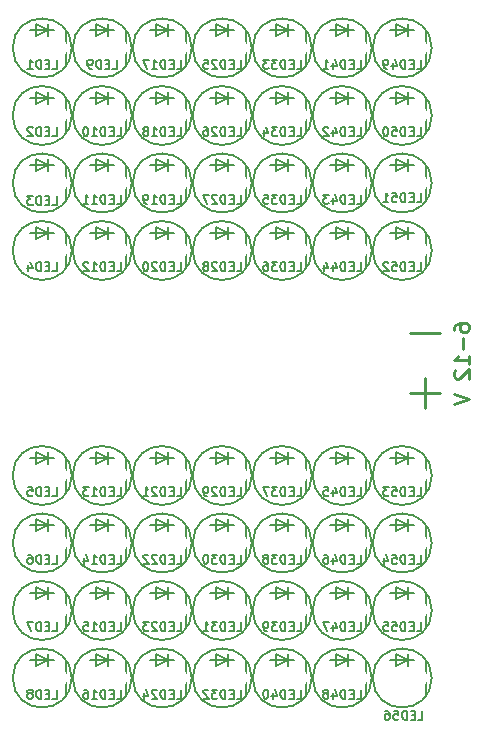
<source format=gbo>
%FSLAX34Y34*%
G04 Gerber Fmt 3.4, Leading zero omitted, Abs format*
G04 (created by PCBNEW (2014-03-18 BZR 4754)-product) date Tue 01 Apr 2014 07:49:35 PM CDT*
%MOIN*%
G01*
G70*
G90*
G04 APERTURE LIST*
%ADD10C,0.006000*%
%ADD11C,0.010000*%
%ADD12C,0.008000*%
%ADD13C,0.147732*%
%ADD14R,0.092614X0.092614*%
%ADD15C,0.092614*%
%ADD16C,0.068992*%
%ADD17R,0.072929X0.072929*%
%ADD18C,0.072929*%
G04 APERTURE END LIST*
G54D10*
G54D11*
X58000Y-42500D02*
X58000Y-41500D01*
X57500Y-42000D02*
X58500Y-42000D01*
X57500Y-40000D02*
X58500Y-40000D01*
X58976Y-39904D02*
X58976Y-39809D01*
X59000Y-39761D01*
X59023Y-39738D01*
X59095Y-39690D01*
X59190Y-39666D01*
X59380Y-39666D01*
X59428Y-39690D01*
X59452Y-39714D01*
X59476Y-39761D01*
X59476Y-39857D01*
X59452Y-39904D01*
X59428Y-39928D01*
X59380Y-39952D01*
X59261Y-39952D01*
X59214Y-39928D01*
X59190Y-39904D01*
X59166Y-39857D01*
X59166Y-39761D01*
X59190Y-39714D01*
X59214Y-39690D01*
X59261Y-39666D01*
X59285Y-40166D02*
X59285Y-40547D01*
X59476Y-41047D02*
X59476Y-40761D01*
X59476Y-40904D02*
X58976Y-40904D01*
X59047Y-40857D01*
X59095Y-40809D01*
X59119Y-40761D01*
X59023Y-41238D02*
X59000Y-41261D01*
X58976Y-41309D01*
X58976Y-41428D01*
X59000Y-41476D01*
X59023Y-41500D01*
X59071Y-41523D01*
X59119Y-41523D01*
X59190Y-41500D01*
X59476Y-41214D01*
X59476Y-41523D01*
X58976Y-42047D02*
X59476Y-42214D01*
X58976Y-42380D01*
G54D12*
X45446Y-30106D02*
X45446Y-29712D01*
X45053Y-29712D02*
X45053Y-30106D01*
X45053Y-30106D02*
X45446Y-29909D01*
X45446Y-29909D02*
X45053Y-29712D01*
X44856Y-29909D02*
X45643Y-29909D01*
X46037Y-29909D02*
X46037Y-31090D01*
X46234Y-30500D02*
G75*
G03X46234Y-30500I-984J0D01*
G74*
G01*
X45446Y-32356D02*
X45446Y-31962D01*
X45053Y-31962D02*
X45053Y-32356D01*
X45053Y-32356D02*
X45446Y-32159D01*
X45446Y-32159D02*
X45053Y-31962D01*
X44856Y-32159D02*
X45643Y-32159D01*
X46037Y-32159D02*
X46037Y-33340D01*
X46234Y-32750D02*
G75*
G03X46234Y-32750I-984J0D01*
G74*
G01*
X45446Y-34606D02*
X45446Y-34212D01*
X45053Y-34212D02*
X45053Y-34606D01*
X45053Y-34606D02*
X45446Y-34409D01*
X45446Y-34409D02*
X45053Y-34212D01*
X44856Y-34409D02*
X45643Y-34409D01*
X46037Y-34409D02*
X46037Y-35590D01*
X46234Y-35000D02*
G75*
G03X46234Y-35000I-984J0D01*
G74*
G01*
X45446Y-36856D02*
X45446Y-36462D01*
X45053Y-36462D02*
X45053Y-36856D01*
X45053Y-36856D02*
X45446Y-36659D01*
X45446Y-36659D02*
X45053Y-36462D01*
X44856Y-36659D02*
X45643Y-36659D01*
X46037Y-36659D02*
X46037Y-37840D01*
X46234Y-37250D02*
G75*
G03X46234Y-37250I-984J0D01*
G74*
G01*
X45446Y-44356D02*
X45446Y-43962D01*
X45053Y-43962D02*
X45053Y-44356D01*
X45053Y-44356D02*
X45446Y-44159D01*
X45446Y-44159D02*
X45053Y-43962D01*
X44856Y-44159D02*
X45643Y-44159D01*
X46037Y-44159D02*
X46037Y-45340D01*
X46234Y-44750D02*
G75*
G03X46234Y-44750I-984J0D01*
G74*
G01*
X45446Y-46606D02*
X45446Y-46212D01*
X45053Y-46212D02*
X45053Y-46606D01*
X45053Y-46606D02*
X45446Y-46409D01*
X45446Y-46409D02*
X45053Y-46212D01*
X44856Y-46409D02*
X45643Y-46409D01*
X46037Y-46409D02*
X46037Y-47590D01*
X46234Y-47000D02*
G75*
G03X46234Y-47000I-984J0D01*
G74*
G01*
X45446Y-48856D02*
X45446Y-48462D01*
X45053Y-48462D02*
X45053Y-48856D01*
X45053Y-48856D02*
X45446Y-48659D01*
X45446Y-48659D02*
X45053Y-48462D01*
X44856Y-48659D02*
X45643Y-48659D01*
X46037Y-48659D02*
X46037Y-49840D01*
X46234Y-49250D02*
G75*
G03X46234Y-49250I-984J0D01*
G74*
G01*
X45446Y-51106D02*
X45446Y-50712D01*
X45053Y-50712D02*
X45053Y-51106D01*
X45053Y-51106D02*
X45446Y-50909D01*
X45446Y-50909D02*
X45053Y-50712D01*
X44856Y-50909D02*
X45643Y-50909D01*
X46037Y-50909D02*
X46037Y-52090D01*
X46234Y-51500D02*
G75*
G03X46234Y-51500I-984J0D01*
G74*
G01*
X47446Y-30106D02*
X47446Y-29712D01*
X47053Y-29712D02*
X47053Y-30106D01*
X47053Y-30106D02*
X47446Y-29909D01*
X47446Y-29909D02*
X47053Y-29712D01*
X46856Y-29909D02*
X47643Y-29909D01*
X48037Y-29909D02*
X48037Y-31090D01*
X48234Y-30500D02*
G75*
G03X48234Y-30500I-984J0D01*
G74*
G01*
X47446Y-32356D02*
X47446Y-31962D01*
X47053Y-31962D02*
X47053Y-32356D01*
X47053Y-32356D02*
X47446Y-32159D01*
X47446Y-32159D02*
X47053Y-31962D01*
X46856Y-32159D02*
X47643Y-32159D01*
X48037Y-32159D02*
X48037Y-33340D01*
X48234Y-32750D02*
G75*
G03X48234Y-32750I-984J0D01*
G74*
G01*
X47446Y-34606D02*
X47446Y-34212D01*
X47053Y-34212D02*
X47053Y-34606D01*
X47053Y-34606D02*
X47446Y-34409D01*
X47446Y-34409D02*
X47053Y-34212D01*
X46856Y-34409D02*
X47643Y-34409D01*
X48037Y-34409D02*
X48037Y-35590D01*
X48234Y-35000D02*
G75*
G03X48234Y-35000I-984J0D01*
G74*
G01*
X47446Y-36856D02*
X47446Y-36462D01*
X47053Y-36462D02*
X47053Y-36856D01*
X47053Y-36856D02*
X47446Y-36659D01*
X47446Y-36659D02*
X47053Y-36462D01*
X46856Y-36659D02*
X47643Y-36659D01*
X48037Y-36659D02*
X48037Y-37840D01*
X48234Y-37250D02*
G75*
G03X48234Y-37250I-984J0D01*
G74*
G01*
X47446Y-44356D02*
X47446Y-43962D01*
X47053Y-43962D02*
X47053Y-44356D01*
X47053Y-44356D02*
X47446Y-44159D01*
X47446Y-44159D02*
X47053Y-43962D01*
X46856Y-44159D02*
X47643Y-44159D01*
X48037Y-44159D02*
X48037Y-45340D01*
X48234Y-44750D02*
G75*
G03X48234Y-44750I-984J0D01*
G74*
G01*
X47446Y-46606D02*
X47446Y-46212D01*
X47053Y-46212D02*
X47053Y-46606D01*
X47053Y-46606D02*
X47446Y-46409D01*
X47446Y-46409D02*
X47053Y-46212D01*
X46856Y-46409D02*
X47643Y-46409D01*
X48037Y-46409D02*
X48037Y-47590D01*
X48234Y-47000D02*
G75*
G03X48234Y-47000I-984J0D01*
G74*
G01*
X47446Y-48856D02*
X47446Y-48462D01*
X47053Y-48462D02*
X47053Y-48856D01*
X47053Y-48856D02*
X47446Y-48659D01*
X47446Y-48659D02*
X47053Y-48462D01*
X46856Y-48659D02*
X47643Y-48659D01*
X48037Y-48659D02*
X48037Y-49840D01*
X48234Y-49250D02*
G75*
G03X48234Y-49250I-984J0D01*
G74*
G01*
X47446Y-51106D02*
X47446Y-50712D01*
X47053Y-50712D02*
X47053Y-51106D01*
X47053Y-51106D02*
X47446Y-50909D01*
X47446Y-50909D02*
X47053Y-50712D01*
X46856Y-50909D02*
X47643Y-50909D01*
X48037Y-50909D02*
X48037Y-52090D01*
X48234Y-51500D02*
G75*
G03X48234Y-51500I-984J0D01*
G74*
G01*
X49446Y-30106D02*
X49446Y-29712D01*
X49053Y-29712D02*
X49053Y-30106D01*
X49053Y-30106D02*
X49446Y-29909D01*
X49446Y-29909D02*
X49053Y-29712D01*
X48856Y-29909D02*
X49643Y-29909D01*
X50037Y-29909D02*
X50037Y-31090D01*
X50234Y-30500D02*
G75*
G03X50234Y-30500I-984J0D01*
G74*
G01*
X49446Y-32356D02*
X49446Y-31962D01*
X49053Y-31962D02*
X49053Y-32356D01*
X49053Y-32356D02*
X49446Y-32159D01*
X49446Y-32159D02*
X49053Y-31962D01*
X48856Y-32159D02*
X49643Y-32159D01*
X50037Y-32159D02*
X50037Y-33340D01*
X50234Y-32750D02*
G75*
G03X50234Y-32750I-984J0D01*
G74*
G01*
X49446Y-34606D02*
X49446Y-34212D01*
X49053Y-34212D02*
X49053Y-34606D01*
X49053Y-34606D02*
X49446Y-34409D01*
X49446Y-34409D02*
X49053Y-34212D01*
X48856Y-34409D02*
X49643Y-34409D01*
X50037Y-34409D02*
X50037Y-35590D01*
X50234Y-35000D02*
G75*
G03X50234Y-35000I-984J0D01*
G74*
G01*
X49446Y-36856D02*
X49446Y-36462D01*
X49053Y-36462D02*
X49053Y-36856D01*
X49053Y-36856D02*
X49446Y-36659D01*
X49446Y-36659D02*
X49053Y-36462D01*
X48856Y-36659D02*
X49643Y-36659D01*
X50037Y-36659D02*
X50037Y-37840D01*
X50234Y-37250D02*
G75*
G03X50234Y-37250I-984J0D01*
G74*
G01*
X49446Y-44356D02*
X49446Y-43962D01*
X49053Y-43962D02*
X49053Y-44356D01*
X49053Y-44356D02*
X49446Y-44159D01*
X49446Y-44159D02*
X49053Y-43962D01*
X48856Y-44159D02*
X49643Y-44159D01*
X50037Y-44159D02*
X50037Y-45340D01*
X50234Y-44750D02*
G75*
G03X50234Y-44750I-984J0D01*
G74*
G01*
X49446Y-46606D02*
X49446Y-46212D01*
X49053Y-46212D02*
X49053Y-46606D01*
X49053Y-46606D02*
X49446Y-46409D01*
X49446Y-46409D02*
X49053Y-46212D01*
X48856Y-46409D02*
X49643Y-46409D01*
X50037Y-46409D02*
X50037Y-47590D01*
X50234Y-47000D02*
G75*
G03X50234Y-47000I-984J0D01*
G74*
G01*
X49446Y-48856D02*
X49446Y-48462D01*
X49053Y-48462D02*
X49053Y-48856D01*
X49053Y-48856D02*
X49446Y-48659D01*
X49446Y-48659D02*
X49053Y-48462D01*
X48856Y-48659D02*
X49643Y-48659D01*
X50037Y-48659D02*
X50037Y-49840D01*
X50234Y-49250D02*
G75*
G03X50234Y-49250I-984J0D01*
G74*
G01*
X49446Y-51106D02*
X49446Y-50712D01*
X49053Y-50712D02*
X49053Y-51106D01*
X49053Y-51106D02*
X49446Y-50909D01*
X49446Y-50909D02*
X49053Y-50712D01*
X48856Y-50909D02*
X49643Y-50909D01*
X50037Y-50909D02*
X50037Y-52090D01*
X50234Y-51500D02*
G75*
G03X50234Y-51500I-984J0D01*
G74*
G01*
X51446Y-30106D02*
X51446Y-29712D01*
X51053Y-29712D02*
X51053Y-30106D01*
X51053Y-30106D02*
X51446Y-29909D01*
X51446Y-29909D02*
X51053Y-29712D01*
X50856Y-29909D02*
X51643Y-29909D01*
X52037Y-29909D02*
X52037Y-31090D01*
X52234Y-30500D02*
G75*
G03X52234Y-30500I-984J0D01*
G74*
G01*
X51446Y-32356D02*
X51446Y-31962D01*
X51053Y-31962D02*
X51053Y-32356D01*
X51053Y-32356D02*
X51446Y-32159D01*
X51446Y-32159D02*
X51053Y-31962D01*
X50856Y-32159D02*
X51643Y-32159D01*
X52037Y-32159D02*
X52037Y-33340D01*
X52234Y-32750D02*
G75*
G03X52234Y-32750I-984J0D01*
G74*
G01*
X51446Y-34606D02*
X51446Y-34212D01*
X51053Y-34212D02*
X51053Y-34606D01*
X51053Y-34606D02*
X51446Y-34409D01*
X51446Y-34409D02*
X51053Y-34212D01*
X50856Y-34409D02*
X51643Y-34409D01*
X52037Y-34409D02*
X52037Y-35590D01*
X52234Y-35000D02*
G75*
G03X52234Y-35000I-984J0D01*
G74*
G01*
X51446Y-36856D02*
X51446Y-36462D01*
X51053Y-36462D02*
X51053Y-36856D01*
X51053Y-36856D02*
X51446Y-36659D01*
X51446Y-36659D02*
X51053Y-36462D01*
X50856Y-36659D02*
X51643Y-36659D01*
X52037Y-36659D02*
X52037Y-37840D01*
X52234Y-37250D02*
G75*
G03X52234Y-37250I-984J0D01*
G74*
G01*
X51446Y-44356D02*
X51446Y-43962D01*
X51053Y-43962D02*
X51053Y-44356D01*
X51053Y-44356D02*
X51446Y-44159D01*
X51446Y-44159D02*
X51053Y-43962D01*
X50856Y-44159D02*
X51643Y-44159D01*
X52037Y-44159D02*
X52037Y-45340D01*
X52234Y-44750D02*
G75*
G03X52234Y-44750I-984J0D01*
G74*
G01*
X51446Y-46606D02*
X51446Y-46212D01*
X51053Y-46212D02*
X51053Y-46606D01*
X51053Y-46606D02*
X51446Y-46409D01*
X51446Y-46409D02*
X51053Y-46212D01*
X50856Y-46409D02*
X51643Y-46409D01*
X52037Y-46409D02*
X52037Y-47590D01*
X52234Y-47000D02*
G75*
G03X52234Y-47000I-984J0D01*
G74*
G01*
X51446Y-48856D02*
X51446Y-48462D01*
X51053Y-48462D02*
X51053Y-48856D01*
X51053Y-48856D02*
X51446Y-48659D01*
X51446Y-48659D02*
X51053Y-48462D01*
X50856Y-48659D02*
X51643Y-48659D01*
X52037Y-48659D02*
X52037Y-49840D01*
X52234Y-49250D02*
G75*
G03X52234Y-49250I-984J0D01*
G74*
G01*
X51446Y-51106D02*
X51446Y-50712D01*
X51053Y-50712D02*
X51053Y-51106D01*
X51053Y-51106D02*
X51446Y-50909D01*
X51446Y-50909D02*
X51053Y-50712D01*
X50856Y-50909D02*
X51643Y-50909D01*
X52037Y-50909D02*
X52037Y-52090D01*
X52234Y-51500D02*
G75*
G03X52234Y-51500I-984J0D01*
G74*
G01*
X53446Y-30106D02*
X53446Y-29712D01*
X53053Y-29712D02*
X53053Y-30106D01*
X53053Y-30106D02*
X53446Y-29909D01*
X53446Y-29909D02*
X53053Y-29712D01*
X52856Y-29909D02*
X53643Y-29909D01*
X54037Y-29909D02*
X54037Y-31090D01*
X54234Y-30500D02*
G75*
G03X54234Y-30500I-984J0D01*
G74*
G01*
X53446Y-32356D02*
X53446Y-31962D01*
X53053Y-31962D02*
X53053Y-32356D01*
X53053Y-32356D02*
X53446Y-32159D01*
X53446Y-32159D02*
X53053Y-31962D01*
X52856Y-32159D02*
X53643Y-32159D01*
X54037Y-32159D02*
X54037Y-33340D01*
X54234Y-32750D02*
G75*
G03X54234Y-32750I-984J0D01*
G74*
G01*
X53446Y-34606D02*
X53446Y-34212D01*
X53053Y-34212D02*
X53053Y-34606D01*
X53053Y-34606D02*
X53446Y-34409D01*
X53446Y-34409D02*
X53053Y-34212D01*
X52856Y-34409D02*
X53643Y-34409D01*
X54037Y-34409D02*
X54037Y-35590D01*
X54234Y-35000D02*
G75*
G03X54234Y-35000I-984J0D01*
G74*
G01*
X53446Y-36856D02*
X53446Y-36462D01*
X53053Y-36462D02*
X53053Y-36856D01*
X53053Y-36856D02*
X53446Y-36659D01*
X53446Y-36659D02*
X53053Y-36462D01*
X52856Y-36659D02*
X53643Y-36659D01*
X54037Y-36659D02*
X54037Y-37840D01*
X54234Y-37250D02*
G75*
G03X54234Y-37250I-984J0D01*
G74*
G01*
X53446Y-44356D02*
X53446Y-43962D01*
X53053Y-43962D02*
X53053Y-44356D01*
X53053Y-44356D02*
X53446Y-44159D01*
X53446Y-44159D02*
X53053Y-43962D01*
X52856Y-44159D02*
X53643Y-44159D01*
X54037Y-44159D02*
X54037Y-45340D01*
X54234Y-44750D02*
G75*
G03X54234Y-44750I-984J0D01*
G74*
G01*
X53446Y-46606D02*
X53446Y-46212D01*
X53053Y-46212D02*
X53053Y-46606D01*
X53053Y-46606D02*
X53446Y-46409D01*
X53446Y-46409D02*
X53053Y-46212D01*
X52856Y-46409D02*
X53643Y-46409D01*
X54037Y-46409D02*
X54037Y-47590D01*
X54234Y-47000D02*
G75*
G03X54234Y-47000I-984J0D01*
G74*
G01*
X53446Y-48856D02*
X53446Y-48462D01*
X53053Y-48462D02*
X53053Y-48856D01*
X53053Y-48856D02*
X53446Y-48659D01*
X53446Y-48659D02*
X53053Y-48462D01*
X52856Y-48659D02*
X53643Y-48659D01*
X54037Y-48659D02*
X54037Y-49840D01*
X54234Y-49250D02*
G75*
G03X54234Y-49250I-984J0D01*
G74*
G01*
X53446Y-51106D02*
X53446Y-50712D01*
X53053Y-50712D02*
X53053Y-51106D01*
X53053Y-51106D02*
X53446Y-50909D01*
X53446Y-50909D02*
X53053Y-50712D01*
X52856Y-50909D02*
X53643Y-50909D01*
X54037Y-50909D02*
X54037Y-52090D01*
X54234Y-51500D02*
G75*
G03X54234Y-51500I-984J0D01*
G74*
G01*
X55446Y-30106D02*
X55446Y-29712D01*
X55053Y-29712D02*
X55053Y-30106D01*
X55053Y-30106D02*
X55446Y-29909D01*
X55446Y-29909D02*
X55053Y-29712D01*
X54856Y-29909D02*
X55643Y-29909D01*
X56037Y-29909D02*
X56037Y-31090D01*
X56234Y-30500D02*
G75*
G03X56234Y-30500I-984J0D01*
G74*
G01*
X55446Y-32356D02*
X55446Y-31962D01*
X55053Y-31962D02*
X55053Y-32356D01*
X55053Y-32356D02*
X55446Y-32159D01*
X55446Y-32159D02*
X55053Y-31962D01*
X54856Y-32159D02*
X55643Y-32159D01*
X56037Y-32159D02*
X56037Y-33340D01*
X56234Y-32750D02*
G75*
G03X56234Y-32750I-984J0D01*
G74*
G01*
X55446Y-34606D02*
X55446Y-34212D01*
X55053Y-34212D02*
X55053Y-34606D01*
X55053Y-34606D02*
X55446Y-34409D01*
X55446Y-34409D02*
X55053Y-34212D01*
X54856Y-34409D02*
X55643Y-34409D01*
X56037Y-34409D02*
X56037Y-35590D01*
X56234Y-35000D02*
G75*
G03X56234Y-35000I-984J0D01*
G74*
G01*
X55446Y-36856D02*
X55446Y-36462D01*
X55053Y-36462D02*
X55053Y-36856D01*
X55053Y-36856D02*
X55446Y-36659D01*
X55446Y-36659D02*
X55053Y-36462D01*
X54856Y-36659D02*
X55643Y-36659D01*
X56037Y-36659D02*
X56037Y-37840D01*
X56234Y-37250D02*
G75*
G03X56234Y-37250I-984J0D01*
G74*
G01*
X55446Y-44356D02*
X55446Y-43962D01*
X55053Y-43962D02*
X55053Y-44356D01*
X55053Y-44356D02*
X55446Y-44159D01*
X55446Y-44159D02*
X55053Y-43962D01*
X54856Y-44159D02*
X55643Y-44159D01*
X56037Y-44159D02*
X56037Y-45340D01*
X56234Y-44750D02*
G75*
G03X56234Y-44750I-984J0D01*
G74*
G01*
X55446Y-46606D02*
X55446Y-46212D01*
X55053Y-46212D02*
X55053Y-46606D01*
X55053Y-46606D02*
X55446Y-46409D01*
X55446Y-46409D02*
X55053Y-46212D01*
X54856Y-46409D02*
X55643Y-46409D01*
X56037Y-46409D02*
X56037Y-47590D01*
X56234Y-47000D02*
G75*
G03X56234Y-47000I-984J0D01*
G74*
G01*
X55446Y-48856D02*
X55446Y-48462D01*
X55053Y-48462D02*
X55053Y-48856D01*
X55053Y-48856D02*
X55446Y-48659D01*
X55446Y-48659D02*
X55053Y-48462D01*
X54856Y-48659D02*
X55643Y-48659D01*
X56037Y-48659D02*
X56037Y-49840D01*
X56234Y-49250D02*
G75*
G03X56234Y-49250I-984J0D01*
G74*
G01*
X55446Y-51106D02*
X55446Y-50712D01*
X55053Y-50712D02*
X55053Y-51106D01*
X55053Y-51106D02*
X55446Y-50909D01*
X55446Y-50909D02*
X55053Y-50712D01*
X54856Y-50909D02*
X55643Y-50909D01*
X56037Y-50909D02*
X56037Y-52090D01*
X56234Y-51500D02*
G75*
G03X56234Y-51500I-984J0D01*
G74*
G01*
X57446Y-30106D02*
X57446Y-29712D01*
X57053Y-29712D02*
X57053Y-30106D01*
X57053Y-30106D02*
X57446Y-29909D01*
X57446Y-29909D02*
X57053Y-29712D01*
X56856Y-29909D02*
X57643Y-29909D01*
X58037Y-29909D02*
X58037Y-31090D01*
X58234Y-30500D02*
G75*
G03X58234Y-30500I-984J0D01*
G74*
G01*
X57446Y-32356D02*
X57446Y-31962D01*
X57053Y-31962D02*
X57053Y-32356D01*
X57053Y-32356D02*
X57446Y-32159D01*
X57446Y-32159D02*
X57053Y-31962D01*
X56856Y-32159D02*
X57643Y-32159D01*
X58037Y-32159D02*
X58037Y-33340D01*
X58234Y-32750D02*
G75*
G03X58234Y-32750I-984J0D01*
G74*
G01*
X57446Y-34606D02*
X57446Y-34212D01*
X57053Y-34212D02*
X57053Y-34606D01*
X57053Y-34606D02*
X57446Y-34409D01*
X57446Y-34409D02*
X57053Y-34212D01*
X56856Y-34409D02*
X57643Y-34409D01*
X58037Y-34409D02*
X58037Y-35590D01*
X58234Y-35000D02*
G75*
G03X58234Y-35000I-984J0D01*
G74*
G01*
X57446Y-36856D02*
X57446Y-36462D01*
X57053Y-36462D02*
X57053Y-36856D01*
X57053Y-36856D02*
X57446Y-36659D01*
X57446Y-36659D02*
X57053Y-36462D01*
X56856Y-36659D02*
X57643Y-36659D01*
X58037Y-36659D02*
X58037Y-37840D01*
X58234Y-37250D02*
G75*
G03X58234Y-37250I-984J0D01*
G74*
G01*
X57446Y-44356D02*
X57446Y-43962D01*
X57053Y-43962D02*
X57053Y-44356D01*
X57053Y-44356D02*
X57446Y-44159D01*
X57446Y-44159D02*
X57053Y-43962D01*
X56856Y-44159D02*
X57643Y-44159D01*
X58037Y-44159D02*
X58037Y-45340D01*
X58234Y-44750D02*
G75*
G03X58234Y-44750I-984J0D01*
G74*
G01*
X57446Y-46606D02*
X57446Y-46212D01*
X57053Y-46212D02*
X57053Y-46606D01*
X57053Y-46606D02*
X57446Y-46409D01*
X57446Y-46409D02*
X57053Y-46212D01*
X56856Y-46409D02*
X57643Y-46409D01*
X58037Y-46409D02*
X58037Y-47590D01*
X58234Y-47000D02*
G75*
G03X58234Y-47000I-984J0D01*
G74*
G01*
X57446Y-48856D02*
X57446Y-48462D01*
X57053Y-48462D02*
X57053Y-48856D01*
X57053Y-48856D02*
X57446Y-48659D01*
X57446Y-48659D02*
X57053Y-48462D01*
X56856Y-48659D02*
X57643Y-48659D01*
X58037Y-48659D02*
X58037Y-49840D01*
X58234Y-49250D02*
G75*
G03X58234Y-49250I-984J0D01*
G74*
G01*
X57446Y-51106D02*
X57446Y-50712D01*
X57053Y-50712D02*
X57053Y-51106D01*
X57053Y-51106D02*
X57446Y-50909D01*
X57446Y-50909D02*
X57053Y-50712D01*
X56856Y-50909D02*
X57643Y-50909D01*
X58037Y-50909D02*
X58037Y-52090D01*
X58234Y-51500D02*
G75*
G03X58234Y-51500I-984J0D01*
G74*
G01*
G54D10*
X45585Y-31185D02*
X45728Y-31185D01*
X45728Y-30885D01*
X45485Y-31028D02*
X45385Y-31028D01*
X45342Y-31185D02*
X45485Y-31185D01*
X45485Y-30885D01*
X45342Y-30885D01*
X45214Y-31185D02*
X45214Y-30885D01*
X45142Y-30885D01*
X45100Y-30900D01*
X45071Y-30928D01*
X45057Y-30957D01*
X45042Y-31014D01*
X45042Y-31057D01*
X45057Y-31114D01*
X45071Y-31142D01*
X45100Y-31171D01*
X45142Y-31185D01*
X45214Y-31185D01*
X44757Y-31185D02*
X44928Y-31185D01*
X44842Y-31185D02*
X44842Y-30885D01*
X44871Y-30928D01*
X44900Y-30957D01*
X44928Y-30971D01*
X45585Y-33435D02*
X45728Y-33435D01*
X45728Y-33135D01*
X45485Y-33278D02*
X45385Y-33278D01*
X45342Y-33435D02*
X45485Y-33435D01*
X45485Y-33135D01*
X45342Y-33135D01*
X45214Y-33435D02*
X45214Y-33135D01*
X45142Y-33135D01*
X45100Y-33150D01*
X45071Y-33178D01*
X45057Y-33207D01*
X45042Y-33264D01*
X45042Y-33307D01*
X45057Y-33364D01*
X45071Y-33392D01*
X45100Y-33421D01*
X45142Y-33435D01*
X45214Y-33435D01*
X44928Y-33164D02*
X44914Y-33150D01*
X44885Y-33135D01*
X44814Y-33135D01*
X44785Y-33150D01*
X44771Y-33164D01*
X44757Y-33192D01*
X44757Y-33221D01*
X44771Y-33264D01*
X44942Y-33435D01*
X44757Y-33435D01*
X45585Y-35735D02*
X45728Y-35735D01*
X45728Y-35435D01*
X45485Y-35578D02*
X45385Y-35578D01*
X45342Y-35735D02*
X45485Y-35735D01*
X45485Y-35435D01*
X45342Y-35435D01*
X45214Y-35735D02*
X45214Y-35435D01*
X45142Y-35435D01*
X45100Y-35450D01*
X45071Y-35478D01*
X45057Y-35507D01*
X45042Y-35564D01*
X45042Y-35607D01*
X45057Y-35664D01*
X45071Y-35692D01*
X45100Y-35721D01*
X45142Y-35735D01*
X45214Y-35735D01*
X44942Y-35435D02*
X44757Y-35435D01*
X44857Y-35550D01*
X44814Y-35550D01*
X44785Y-35564D01*
X44771Y-35578D01*
X44757Y-35607D01*
X44757Y-35678D01*
X44771Y-35707D01*
X44785Y-35721D01*
X44814Y-35735D01*
X44900Y-35735D01*
X44928Y-35721D01*
X44942Y-35707D01*
X45585Y-37935D02*
X45728Y-37935D01*
X45728Y-37635D01*
X45485Y-37778D02*
X45385Y-37778D01*
X45342Y-37935D02*
X45485Y-37935D01*
X45485Y-37635D01*
X45342Y-37635D01*
X45214Y-37935D02*
X45214Y-37635D01*
X45142Y-37635D01*
X45100Y-37650D01*
X45071Y-37678D01*
X45057Y-37707D01*
X45042Y-37764D01*
X45042Y-37807D01*
X45057Y-37864D01*
X45071Y-37892D01*
X45100Y-37921D01*
X45142Y-37935D01*
X45214Y-37935D01*
X44785Y-37735D02*
X44785Y-37935D01*
X44857Y-37621D02*
X44928Y-37835D01*
X44742Y-37835D01*
X45585Y-45435D02*
X45728Y-45435D01*
X45728Y-45135D01*
X45485Y-45278D02*
X45385Y-45278D01*
X45342Y-45435D02*
X45485Y-45435D01*
X45485Y-45135D01*
X45342Y-45135D01*
X45214Y-45435D02*
X45214Y-45135D01*
X45142Y-45135D01*
X45100Y-45150D01*
X45071Y-45178D01*
X45057Y-45207D01*
X45042Y-45264D01*
X45042Y-45307D01*
X45057Y-45364D01*
X45071Y-45392D01*
X45100Y-45421D01*
X45142Y-45435D01*
X45214Y-45435D01*
X44771Y-45135D02*
X44914Y-45135D01*
X44928Y-45278D01*
X44914Y-45264D01*
X44885Y-45250D01*
X44814Y-45250D01*
X44785Y-45264D01*
X44771Y-45278D01*
X44757Y-45307D01*
X44757Y-45378D01*
X44771Y-45407D01*
X44785Y-45421D01*
X44814Y-45435D01*
X44885Y-45435D01*
X44914Y-45421D01*
X44928Y-45407D01*
X45585Y-47685D02*
X45728Y-47685D01*
X45728Y-47385D01*
X45485Y-47528D02*
X45385Y-47528D01*
X45342Y-47685D02*
X45485Y-47685D01*
X45485Y-47385D01*
X45342Y-47385D01*
X45214Y-47685D02*
X45214Y-47385D01*
X45142Y-47385D01*
X45100Y-47400D01*
X45071Y-47428D01*
X45057Y-47457D01*
X45042Y-47514D01*
X45042Y-47557D01*
X45057Y-47614D01*
X45071Y-47642D01*
X45100Y-47671D01*
X45142Y-47685D01*
X45214Y-47685D01*
X44785Y-47385D02*
X44842Y-47385D01*
X44871Y-47400D01*
X44885Y-47414D01*
X44914Y-47457D01*
X44928Y-47514D01*
X44928Y-47628D01*
X44914Y-47657D01*
X44900Y-47671D01*
X44871Y-47685D01*
X44814Y-47685D01*
X44785Y-47671D01*
X44771Y-47657D01*
X44757Y-47628D01*
X44757Y-47557D01*
X44771Y-47528D01*
X44785Y-47514D01*
X44814Y-47500D01*
X44871Y-47500D01*
X44900Y-47514D01*
X44914Y-47528D01*
X44928Y-47557D01*
X45585Y-49935D02*
X45728Y-49935D01*
X45728Y-49635D01*
X45485Y-49778D02*
X45385Y-49778D01*
X45342Y-49935D02*
X45485Y-49935D01*
X45485Y-49635D01*
X45342Y-49635D01*
X45214Y-49935D02*
X45214Y-49635D01*
X45142Y-49635D01*
X45100Y-49650D01*
X45071Y-49678D01*
X45057Y-49707D01*
X45042Y-49764D01*
X45042Y-49807D01*
X45057Y-49864D01*
X45071Y-49892D01*
X45100Y-49921D01*
X45142Y-49935D01*
X45214Y-49935D01*
X44942Y-49635D02*
X44742Y-49635D01*
X44871Y-49935D01*
X45585Y-52185D02*
X45728Y-52185D01*
X45728Y-51885D01*
X45485Y-52028D02*
X45385Y-52028D01*
X45342Y-52185D02*
X45485Y-52185D01*
X45485Y-51885D01*
X45342Y-51885D01*
X45214Y-52185D02*
X45214Y-51885D01*
X45142Y-51885D01*
X45100Y-51900D01*
X45071Y-51928D01*
X45057Y-51957D01*
X45042Y-52014D01*
X45042Y-52057D01*
X45057Y-52114D01*
X45071Y-52142D01*
X45100Y-52171D01*
X45142Y-52185D01*
X45214Y-52185D01*
X44871Y-52014D02*
X44900Y-52000D01*
X44914Y-51985D01*
X44928Y-51957D01*
X44928Y-51942D01*
X44914Y-51914D01*
X44900Y-51900D01*
X44871Y-51885D01*
X44814Y-51885D01*
X44785Y-51900D01*
X44771Y-51914D01*
X44757Y-51942D01*
X44757Y-51957D01*
X44771Y-51985D01*
X44785Y-52000D01*
X44814Y-52014D01*
X44871Y-52014D01*
X44900Y-52028D01*
X44914Y-52042D01*
X44928Y-52071D01*
X44928Y-52128D01*
X44914Y-52157D01*
X44900Y-52171D01*
X44871Y-52185D01*
X44814Y-52185D01*
X44785Y-52171D01*
X44771Y-52157D01*
X44757Y-52128D01*
X44757Y-52071D01*
X44771Y-52042D01*
X44785Y-52028D01*
X44814Y-52014D01*
X47585Y-31185D02*
X47728Y-31185D01*
X47728Y-30885D01*
X47485Y-31028D02*
X47385Y-31028D01*
X47342Y-31185D02*
X47485Y-31185D01*
X47485Y-30885D01*
X47342Y-30885D01*
X47214Y-31185D02*
X47214Y-30885D01*
X47142Y-30885D01*
X47100Y-30900D01*
X47071Y-30928D01*
X47057Y-30957D01*
X47042Y-31014D01*
X47042Y-31057D01*
X47057Y-31114D01*
X47071Y-31142D01*
X47100Y-31171D01*
X47142Y-31185D01*
X47214Y-31185D01*
X46900Y-31185D02*
X46842Y-31185D01*
X46814Y-31171D01*
X46800Y-31157D01*
X46771Y-31114D01*
X46757Y-31057D01*
X46757Y-30942D01*
X46771Y-30914D01*
X46785Y-30900D01*
X46814Y-30885D01*
X46871Y-30885D01*
X46900Y-30900D01*
X46914Y-30914D01*
X46928Y-30942D01*
X46928Y-31014D01*
X46914Y-31042D01*
X46900Y-31057D01*
X46871Y-31071D01*
X46814Y-31071D01*
X46785Y-31057D01*
X46771Y-31042D01*
X46757Y-31014D01*
X47728Y-33435D02*
X47871Y-33435D01*
X47871Y-33135D01*
X47628Y-33278D02*
X47528Y-33278D01*
X47485Y-33435D02*
X47628Y-33435D01*
X47628Y-33135D01*
X47485Y-33135D01*
X47357Y-33435D02*
X47357Y-33135D01*
X47285Y-33135D01*
X47242Y-33150D01*
X47214Y-33178D01*
X47200Y-33207D01*
X47185Y-33264D01*
X47185Y-33307D01*
X47200Y-33364D01*
X47214Y-33392D01*
X47242Y-33421D01*
X47285Y-33435D01*
X47357Y-33435D01*
X46900Y-33435D02*
X47071Y-33435D01*
X46985Y-33435D02*
X46985Y-33135D01*
X47014Y-33178D01*
X47042Y-33207D01*
X47071Y-33221D01*
X46714Y-33135D02*
X46685Y-33135D01*
X46657Y-33150D01*
X46642Y-33164D01*
X46628Y-33192D01*
X46614Y-33250D01*
X46614Y-33321D01*
X46628Y-33378D01*
X46642Y-33407D01*
X46657Y-33421D01*
X46685Y-33435D01*
X46714Y-33435D01*
X46742Y-33421D01*
X46757Y-33407D01*
X46771Y-33378D01*
X46785Y-33321D01*
X46785Y-33250D01*
X46771Y-33192D01*
X46757Y-33164D01*
X46742Y-33150D01*
X46714Y-33135D01*
X47728Y-35685D02*
X47871Y-35685D01*
X47871Y-35385D01*
X47628Y-35528D02*
X47528Y-35528D01*
X47485Y-35685D02*
X47628Y-35685D01*
X47628Y-35385D01*
X47485Y-35385D01*
X47357Y-35685D02*
X47357Y-35385D01*
X47285Y-35385D01*
X47242Y-35400D01*
X47214Y-35428D01*
X47200Y-35457D01*
X47185Y-35514D01*
X47185Y-35557D01*
X47200Y-35614D01*
X47214Y-35642D01*
X47242Y-35671D01*
X47285Y-35685D01*
X47357Y-35685D01*
X46900Y-35685D02*
X47071Y-35685D01*
X46985Y-35685D02*
X46985Y-35385D01*
X47014Y-35428D01*
X47042Y-35457D01*
X47071Y-35471D01*
X46614Y-35685D02*
X46785Y-35685D01*
X46700Y-35685D02*
X46700Y-35385D01*
X46728Y-35428D01*
X46757Y-35457D01*
X46785Y-35471D01*
X47728Y-37935D02*
X47871Y-37935D01*
X47871Y-37635D01*
X47628Y-37778D02*
X47528Y-37778D01*
X47485Y-37935D02*
X47628Y-37935D01*
X47628Y-37635D01*
X47485Y-37635D01*
X47357Y-37935D02*
X47357Y-37635D01*
X47285Y-37635D01*
X47242Y-37650D01*
X47214Y-37678D01*
X47200Y-37707D01*
X47185Y-37764D01*
X47185Y-37807D01*
X47200Y-37864D01*
X47214Y-37892D01*
X47242Y-37921D01*
X47285Y-37935D01*
X47357Y-37935D01*
X46900Y-37935D02*
X47071Y-37935D01*
X46985Y-37935D02*
X46985Y-37635D01*
X47014Y-37678D01*
X47042Y-37707D01*
X47071Y-37721D01*
X46785Y-37664D02*
X46771Y-37650D01*
X46742Y-37635D01*
X46671Y-37635D01*
X46642Y-37650D01*
X46628Y-37664D01*
X46614Y-37692D01*
X46614Y-37721D01*
X46628Y-37764D01*
X46800Y-37935D01*
X46614Y-37935D01*
X47728Y-45435D02*
X47871Y-45435D01*
X47871Y-45135D01*
X47628Y-45278D02*
X47528Y-45278D01*
X47485Y-45435D02*
X47628Y-45435D01*
X47628Y-45135D01*
X47485Y-45135D01*
X47357Y-45435D02*
X47357Y-45135D01*
X47285Y-45135D01*
X47242Y-45150D01*
X47214Y-45178D01*
X47200Y-45207D01*
X47185Y-45264D01*
X47185Y-45307D01*
X47200Y-45364D01*
X47214Y-45392D01*
X47242Y-45421D01*
X47285Y-45435D01*
X47357Y-45435D01*
X46900Y-45435D02*
X47071Y-45435D01*
X46985Y-45435D02*
X46985Y-45135D01*
X47014Y-45178D01*
X47042Y-45207D01*
X47071Y-45221D01*
X46800Y-45135D02*
X46614Y-45135D01*
X46714Y-45250D01*
X46671Y-45250D01*
X46642Y-45264D01*
X46628Y-45278D01*
X46614Y-45307D01*
X46614Y-45378D01*
X46628Y-45407D01*
X46642Y-45421D01*
X46671Y-45435D01*
X46757Y-45435D01*
X46785Y-45421D01*
X46800Y-45407D01*
X47728Y-47685D02*
X47871Y-47685D01*
X47871Y-47385D01*
X47628Y-47528D02*
X47528Y-47528D01*
X47485Y-47685D02*
X47628Y-47685D01*
X47628Y-47385D01*
X47485Y-47385D01*
X47357Y-47685D02*
X47357Y-47385D01*
X47285Y-47385D01*
X47242Y-47400D01*
X47214Y-47428D01*
X47200Y-47457D01*
X47185Y-47514D01*
X47185Y-47557D01*
X47200Y-47614D01*
X47214Y-47642D01*
X47242Y-47671D01*
X47285Y-47685D01*
X47357Y-47685D01*
X46900Y-47685D02*
X47071Y-47685D01*
X46985Y-47685D02*
X46985Y-47385D01*
X47014Y-47428D01*
X47042Y-47457D01*
X47071Y-47471D01*
X46642Y-47485D02*
X46642Y-47685D01*
X46714Y-47371D02*
X46785Y-47585D01*
X46600Y-47585D01*
X47728Y-49935D02*
X47871Y-49935D01*
X47871Y-49635D01*
X47628Y-49778D02*
X47528Y-49778D01*
X47485Y-49935D02*
X47628Y-49935D01*
X47628Y-49635D01*
X47485Y-49635D01*
X47357Y-49935D02*
X47357Y-49635D01*
X47285Y-49635D01*
X47242Y-49650D01*
X47214Y-49678D01*
X47200Y-49707D01*
X47185Y-49764D01*
X47185Y-49807D01*
X47200Y-49864D01*
X47214Y-49892D01*
X47242Y-49921D01*
X47285Y-49935D01*
X47357Y-49935D01*
X46900Y-49935D02*
X47071Y-49935D01*
X46985Y-49935D02*
X46985Y-49635D01*
X47014Y-49678D01*
X47042Y-49707D01*
X47071Y-49721D01*
X46628Y-49635D02*
X46771Y-49635D01*
X46785Y-49778D01*
X46771Y-49764D01*
X46742Y-49750D01*
X46671Y-49750D01*
X46642Y-49764D01*
X46628Y-49778D01*
X46614Y-49807D01*
X46614Y-49878D01*
X46628Y-49907D01*
X46642Y-49921D01*
X46671Y-49935D01*
X46742Y-49935D01*
X46771Y-49921D01*
X46785Y-49907D01*
X47728Y-52185D02*
X47871Y-52185D01*
X47871Y-51885D01*
X47628Y-52028D02*
X47528Y-52028D01*
X47485Y-52185D02*
X47628Y-52185D01*
X47628Y-51885D01*
X47485Y-51885D01*
X47357Y-52185D02*
X47357Y-51885D01*
X47285Y-51885D01*
X47242Y-51900D01*
X47214Y-51928D01*
X47200Y-51957D01*
X47185Y-52014D01*
X47185Y-52057D01*
X47200Y-52114D01*
X47214Y-52142D01*
X47242Y-52171D01*
X47285Y-52185D01*
X47357Y-52185D01*
X46900Y-52185D02*
X47071Y-52185D01*
X46985Y-52185D02*
X46985Y-51885D01*
X47014Y-51928D01*
X47042Y-51957D01*
X47071Y-51971D01*
X46642Y-51885D02*
X46700Y-51885D01*
X46728Y-51900D01*
X46742Y-51914D01*
X46771Y-51957D01*
X46785Y-52014D01*
X46785Y-52128D01*
X46771Y-52157D01*
X46757Y-52171D01*
X46728Y-52185D01*
X46671Y-52185D01*
X46642Y-52171D01*
X46628Y-52157D01*
X46614Y-52128D01*
X46614Y-52057D01*
X46628Y-52028D01*
X46642Y-52014D01*
X46671Y-52000D01*
X46728Y-52000D01*
X46757Y-52014D01*
X46771Y-52028D01*
X46785Y-52057D01*
X49728Y-31185D02*
X49871Y-31185D01*
X49871Y-30885D01*
X49628Y-31028D02*
X49528Y-31028D01*
X49485Y-31185D02*
X49628Y-31185D01*
X49628Y-30885D01*
X49485Y-30885D01*
X49357Y-31185D02*
X49357Y-30885D01*
X49285Y-30885D01*
X49242Y-30900D01*
X49214Y-30928D01*
X49200Y-30957D01*
X49185Y-31014D01*
X49185Y-31057D01*
X49200Y-31114D01*
X49214Y-31142D01*
X49242Y-31171D01*
X49285Y-31185D01*
X49357Y-31185D01*
X48900Y-31185D02*
X49071Y-31185D01*
X48985Y-31185D02*
X48985Y-30885D01*
X49014Y-30928D01*
X49042Y-30957D01*
X49071Y-30971D01*
X48800Y-30885D02*
X48600Y-30885D01*
X48728Y-31185D01*
X49728Y-33435D02*
X49871Y-33435D01*
X49871Y-33135D01*
X49628Y-33278D02*
X49528Y-33278D01*
X49485Y-33435D02*
X49628Y-33435D01*
X49628Y-33135D01*
X49485Y-33135D01*
X49357Y-33435D02*
X49357Y-33135D01*
X49285Y-33135D01*
X49242Y-33150D01*
X49214Y-33178D01*
X49200Y-33207D01*
X49185Y-33264D01*
X49185Y-33307D01*
X49200Y-33364D01*
X49214Y-33392D01*
X49242Y-33421D01*
X49285Y-33435D01*
X49357Y-33435D01*
X48900Y-33435D02*
X49071Y-33435D01*
X48985Y-33435D02*
X48985Y-33135D01*
X49014Y-33178D01*
X49042Y-33207D01*
X49071Y-33221D01*
X48728Y-33264D02*
X48757Y-33250D01*
X48771Y-33235D01*
X48785Y-33207D01*
X48785Y-33192D01*
X48771Y-33164D01*
X48757Y-33150D01*
X48728Y-33135D01*
X48671Y-33135D01*
X48642Y-33150D01*
X48628Y-33164D01*
X48614Y-33192D01*
X48614Y-33207D01*
X48628Y-33235D01*
X48642Y-33250D01*
X48671Y-33264D01*
X48728Y-33264D01*
X48757Y-33278D01*
X48771Y-33292D01*
X48785Y-33321D01*
X48785Y-33378D01*
X48771Y-33407D01*
X48757Y-33421D01*
X48728Y-33435D01*
X48671Y-33435D01*
X48642Y-33421D01*
X48628Y-33407D01*
X48614Y-33378D01*
X48614Y-33321D01*
X48628Y-33292D01*
X48642Y-33278D01*
X48671Y-33264D01*
X49728Y-35685D02*
X49871Y-35685D01*
X49871Y-35385D01*
X49628Y-35528D02*
X49528Y-35528D01*
X49485Y-35685D02*
X49628Y-35685D01*
X49628Y-35385D01*
X49485Y-35385D01*
X49357Y-35685D02*
X49357Y-35385D01*
X49285Y-35385D01*
X49242Y-35400D01*
X49214Y-35428D01*
X49200Y-35457D01*
X49185Y-35514D01*
X49185Y-35557D01*
X49200Y-35614D01*
X49214Y-35642D01*
X49242Y-35671D01*
X49285Y-35685D01*
X49357Y-35685D01*
X48900Y-35685D02*
X49071Y-35685D01*
X48985Y-35685D02*
X48985Y-35385D01*
X49014Y-35428D01*
X49042Y-35457D01*
X49071Y-35471D01*
X48757Y-35685D02*
X48700Y-35685D01*
X48671Y-35671D01*
X48657Y-35657D01*
X48628Y-35614D01*
X48614Y-35557D01*
X48614Y-35442D01*
X48628Y-35414D01*
X48642Y-35400D01*
X48671Y-35385D01*
X48728Y-35385D01*
X48757Y-35400D01*
X48771Y-35414D01*
X48785Y-35442D01*
X48785Y-35514D01*
X48771Y-35542D01*
X48757Y-35557D01*
X48728Y-35571D01*
X48671Y-35571D01*
X48642Y-35557D01*
X48628Y-35542D01*
X48614Y-35514D01*
X49728Y-37935D02*
X49871Y-37935D01*
X49871Y-37635D01*
X49628Y-37778D02*
X49528Y-37778D01*
X49485Y-37935D02*
X49628Y-37935D01*
X49628Y-37635D01*
X49485Y-37635D01*
X49357Y-37935D02*
X49357Y-37635D01*
X49285Y-37635D01*
X49242Y-37650D01*
X49214Y-37678D01*
X49200Y-37707D01*
X49185Y-37764D01*
X49185Y-37807D01*
X49200Y-37864D01*
X49214Y-37892D01*
X49242Y-37921D01*
X49285Y-37935D01*
X49357Y-37935D01*
X49071Y-37664D02*
X49057Y-37650D01*
X49028Y-37635D01*
X48957Y-37635D01*
X48928Y-37650D01*
X48914Y-37664D01*
X48900Y-37692D01*
X48900Y-37721D01*
X48914Y-37764D01*
X49085Y-37935D01*
X48900Y-37935D01*
X48714Y-37635D02*
X48685Y-37635D01*
X48657Y-37650D01*
X48642Y-37664D01*
X48628Y-37692D01*
X48614Y-37750D01*
X48614Y-37821D01*
X48628Y-37878D01*
X48642Y-37907D01*
X48657Y-37921D01*
X48685Y-37935D01*
X48714Y-37935D01*
X48742Y-37921D01*
X48757Y-37907D01*
X48771Y-37878D01*
X48785Y-37821D01*
X48785Y-37750D01*
X48771Y-37692D01*
X48757Y-37664D01*
X48742Y-37650D01*
X48714Y-37635D01*
X49728Y-45435D02*
X49871Y-45435D01*
X49871Y-45135D01*
X49628Y-45278D02*
X49528Y-45278D01*
X49485Y-45435D02*
X49628Y-45435D01*
X49628Y-45135D01*
X49485Y-45135D01*
X49357Y-45435D02*
X49357Y-45135D01*
X49285Y-45135D01*
X49242Y-45150D01*
X49214Y-45178D01*
X49200Y-45207D01*
X49185Y-45264D01*
X49185Y-45307D01*
X49200Y-45364D01*
X49214Y-45392D01*
X49242Y-45421D01*
X49285Y-45435D01*
X49357Y-45435D01*
X49071Y-45164D02*
X49057Y-45150D01*
X49028Y-45135D01*
X48957Y-45135D01*
X48928Y-45150D01*
X48914Y-45164D01*
X48900Y-45192D01*
X48900Y-45221D01*
X48914Y-45264D01*
X49085Y-45435D01*
X48900Y-45435D01*
X48614Y-45435D02*
X48785Y-45435D01*
X48700Y-45435D02*
X48700Y-45135D01*
X48728Y-45178D01*
X48757Y-45207D01*
X48785Y-45221D01*
X49728Y-47685D02*
X49871Y-47685D01*
X49871Y-47385D01*
X49628Y-47528D02*
X49528Y-47528D01*
X49485Y-47685D02*
X49628Y-47685D01*
X49628Y-47385D01*
X49485Y-47385D01*
X49357Y-47685D02*
X49357Y-47385D01*
X49285Y-47385D01*
X49242Y-47400D01*
X49214Y-47428D01*
X49200Y-47457D01*
X49185Y-47514D01*
X49185Y-47557D01*
X49200Y-47614D01*
X49214Y-47642D01*
X49242Y-47671D01*
X49285Y-47685D01*
X49357Y-47685D01*
X49071Y-47414D02*
X49057Y-47400D01*
X49028Y-47385D01*
X48957Y-47385D01*
X48928Y-47400D01*
X48914Y-47414D01*
X48900Y-47442D01*
X48900Y-47471D01*
X48914Y-47514D01*
X49085Y-47685D01*
X48900Y-47685D01*
X48785Y-47414D02*
X48771Y-47400D01*
X48742Y-47385D01*
X48671Y-47385D01*
X48642Y-47400D01*
X48628Y-47414D01*
X48614Y-47442D01*
X48614Y-47471D01*
X48628Y-47514D01*
X48800Y-47685D01*
X48614Y-47685D01*
X49728Y-49935D02*
X49871Y-49935D01*
X49871Y-49635D01*
X49628Y-49778D02*
X49528Y-49778D01*
X49485Y-49935D02*
X49628Y-49935D01*
X49628Y-49635D01*
X49485Y-49635D01*
X49357Y-49935D02*
X49357Y-49635D01*
X49285Y-49635D01*
X49242Y-49650D01*
X49214Y-49678D01*
X49200Y-49707D01*
X49185Y-49764D01*
X49185Y-49807D01*
X49200Y-49864D01*
X49214Y-49892D01*
X49242Y-49921D01*
X49285Y-49935D01*
X49357Y-49935D01*
X49071Y-49664D02*
X49057Y-49650D01*
X49028Y-49635D01*
X48957Y-49635D01*
X48928Y-49650D01*
X48914Y-49664D01*
X48900Y-49692D01*
X48900Y-49721D01*
X48914Y-49764D01*
X49085Y-49935D01*
X48900Y-49935D01*
X48800Y-49635D02*
X48614Y-49635D01*
X48714Y-49750D01*
X48671Y-49750D01*
X48642Y-49764D01*
X48628Y-49778D01*
X48614Y-49807D01*
X48614Y-49878D01*
X48628Y-49907D01*
X48642Y-49921D01*
X48671Y-49935D01*
X48757Y-49935D01*
X48785Y-49921D01*
X48800Y-49907D01*
X49728Y-52185D02*
X49871Y-52185D01*
X49871Y-51885D01*
X49628Y-52028D02*
X49528Y-52028D01*
X49485Y-52185D02*
X49628Y-52185D01*
X49628Y-51885D01*
X49485Y-51885D01*
X49357Y-52185D02*
X49357Y-51885D01*
X49285Y-51885D01*
X49242Y-51900D01*
X49214Y-51928D01*
X49200Y-51957D01*
X49185Y-52014D01*
X49185Y-52057D01*
X49200Y-52114D01*
X49214Y-52142D01*
X49242Y-52171D01*
X49285Y-52185D01*
X49357Y-52185D01*
X49071Y-51914D02*
X49057Y-51900D01*
X49028Y-51885D01*
X48957Y-51885D01*
X48928Y-51900D01*
X48914Y-51914D01*
X48900Y-51942D01*
X48900Y-51971D01*
X48914Y-52014D01*
X49085Y-52185D01*
X48900Y-52185D01*
X48642Y-51985D02*
X48642Y-52185D01*
X48714Y-51871D02*
X48785Y-52085D01*
X48600Y-52085D01*
X51728Y-31185D02*
X51871Y-31185D01*
X51871Y-30885D01*
X51628Y-31028D02*
X51528Y-31028D01*
X51485Y-31185D02*
X51628Y-31185D01*
X51628Y-30885D01*
X51485Y-30885D01*
X51357Y-31185D02*
X51357Y-30885D01*
X51285Y-30885D01*
X51242Y-30900D01*
X51214Y-30928D01*
X51200Y-30957D01*
X51185Y-31014D01*
X51185Y-31057D01*
X51200Y-31114D01*
X51214Y-31142D01*
X51242Y-31171D01*
X51285Y-31185D01*
X51357Y-31185D01*
X51071Y-30914D02*
X51057Y-30900D01*
X51028Y-30885D01*
X50957Y-30885D01*
X50928Y-30900D01*
X50914Y-30914D01*
X50900Y-30942D01*
X50900Y-30971D01*
X50914Y-31014D01*
X51085Y-31185D01*
X50900Y-31185D01*
X50628Y-30885D02*
X50771Y-30885D01*
X50785Y-31028D01*
X50771Y-31014D01*
X50742Y-31000D01*
X50671Y-31000D01*
X50642Y-31014D01*
X50628Y-31028D01*
X50614Y-31057D01*
X50614Y-31128D01*
X50628Y-31157D01*
X50642Y-31171D01*
X50671Y-31185D01*
X50742Y-31185D01*
X50771Y-31171D01*
X50785Y-31157D01*
X51728Y-33435D02*
X51871Y-33435D01*
X51871Y-33135D01*
X51628Y-33278D02*
X51528Y-33278D01*
X51485Y-33435D02*
X51628Y-33435D01*
X51628Y-33135D01*
X51485Y-33135D01*
X51357Y-33435D02*
X51357Y-33135D01*
X51285Y-33135D01*
X51242Y-33150D01*
X51214Y-33178D01*
X51200Y-33207D01*
X51185Y-33264D01*
X51185Y-33307D01*
X51200Y-33364D01*
X51214Y-33392D01*
X51242Y-33421D01*
X51285Y-33435D01*
X51357Y-33435D01*
X51071Y-33164D02*
X51057Y-33150D01*
X51028Y-33135D01*
X50957Y-33135D01*
X50928Y-33150D01*
X50914Y-33164D01*
X50900Y-33192D01*
X50900Y-33221D01*
X50914Y-33264D01*
X51085Y-33435D01*
X50900Y-33435D01*
X50642Y-33135D02*
X50700Y-33135D01*
X50728Y-33150D01*
X50742Y-33164D01*
X50771Y-33207D01*
X50785Y-33264D01*
X50785Y-33378D01*
X50771Y-33407D01*
X50757Y-33421D01*
X50728Y-33435D01*
X50671Y-33435D01*
X50642Y-33421D01*
X50628Y-33407D01*
X50614Y-33378D01*
X50614Y-33307D01*
X50628Y-33278D01*
X50642Y-33264D01*
X50671Y-33250D01*
X50728Y-33250D01*
X50757Y-33264D01*
X50771Y-33278D01*
X50785Y-33307D01*
X51728Y-35685D02*
X51871Y-35685D01*
X51871Y-35385D01*
X51628Y-35528D02*
X51528Y-35528D01*
X51485Y-35685D02*
X51628Y-35685D01*
X51628Y-35385D01*
X51485Y-35385D01*
X51357Y-35685D02*
X51357Y-35385D01*
X51285Y-35385D01*
X51242Y-35400D01*
X51214Y-35428D01*
X51200Y-35457D01*
X51185Y-35514D01*
X51185Y-35557D01*
X51200Y-35614D01*
X51214Y-35642D01*
X51242Y-35671D01*
X51285Y-35685D01*
X51357Y-35685D01*
X51071Y-35414D02*
X51057Y-35400D01*
X51028Y-35385D01*
X50957Y-35385D01*
X50928Y-35400D01*
X50914Y-35414D01*
X50900Y-35442D01*
X50900Y-35471D01*
X50914Y-35514D01*
X51085Y-35685D01*
X50900Y-35685D01*
X50800Y-35385D02*
X50600Y-35385D01*
X50728Y-35685D01*
X51728Y-37935D02*
X51871Y-37935D01*
X51871Y-37635D01*
X51628Y-37778D02*
X51528Y-37778D01*
X51485Y-37935D02*
X51628Y-37935D01*
X51628Y-37635D01*
X51485Y-37635D01*
X51357Y-37935D02*
X51357Y-37635D01*
X51285Y-37635D01*
X51242Y-37650D01*
X51214Y-37678D01*
X51200Y-37707D01*
X51185Y-37764D01*
X51185Y-37807D01*
X51200Y-37864D01*
X51214Y-37892D01*
X51242Y-37921D01*
X51285Y-37935D01*
X51357Y-37935D01*
X51071Y-37664D02*
X51057Y-37650D01*
X51028Y-37635D01*
X50957Y-37635D01*
X50928Y-37650D01*
X50914Y-37664D01*
X50900Y-37692D01*
X50900Y-37721D01*
X50914Y-37764D01*
X51085Y-37935D01*
X50900Y-37935D01*
X50728Y-37764D02*
X50757Y-37750D01*
X50771Y-37735D01*
X50785Y-37707D01*
X50785Y-37692D01*
X50771Y-37664D01*
X50757Y-37650D01*
X50728Y-37635D01*
X50671Y-37635D01*
X50642Y-37650D01*
X50628Y-37664D01*
X50614Y-37692D01*
X50614Y-37707D01*
X50628Y-37735D01*
X50642Y-37750D01*
X50671Y-37764D01*
X50728Y-37764D01*
X50757Y-37778D01*
X50771Y-37792D01*
X50785Y-37821D01*
X50785Y-37878D01*
X50771Y-37907D01*
X50757Y-37921D01*
X50728Y-37935D01*
X50671Y-37935D01*
X50642Y-37921D01*
X50628Y-37907D01*
X50614Y-37878D01*
X50614Y-37821D01*
X50628Y-37792D01*
X50642Y-37778D01*
X50671Y-37764D01*
X51728Y-45435D02*
X51871Y-45435D01*
X51871Y-45135D01*
X51628Y-45278D02*
X51528Y-45278D01*
X51485Y-45435D02*
X51628Y-45435D01*
X51628Y-45135D01*
X51485Y-45135D01*
X51357Y-45435D02*
X51357Y-45135D01*
X51285Y-45135D01*
X51242Y-45150D01*
X51214Y-45178D01*
X51200Y-45207D01*
X51185Y-45264D01*
X51185Y-45307D01*
X51200Y-45364D01*
X51214Y-45392D01*
X51242Y-45421D01*
X51285Y-45435D01*
X51357Y-45435D01*
X51071Y-45164D02*
X51057Y-45150D01*
X51028Y-45135D01*
X50957Y-45135D01*
X50928Y-45150D01*
X50914Y-45164D01*
X50900Y-45192D01*
X50900Y-45221D01*
X50914Y-45264D01*
X51085Y-45435D01*
X50900Y-45435D01*
X50757Y-45435D02*
X50700Y-45435D01*
X50671Y-45421D01*
X50657Y-45407D01*
X50628Y-45364D01*
X50614Y-45307D01*
X50614Y-45192D01*
X50628Y-45164D01*
X50642Y-45150D01*
X50671Y-45135D01*
X50728Y-45135D01*
X50757Y-45150D01*
X50771Y-45164D01*
X50785Y-45192D01*
X50785Y-45264D01*
X50771Y-45292D01*
X50757Y-45307D01*
X50728Y-45321D01*
X50671Y-45321D01*
X50642Y-45307D01*
X50628Y-45292D01*
X50614Y-45264D01*
X51728Y-47685D02*
X51871Y-47685D01*
X51871Y-47385D01*
X51628Y-47528D02*
X51528Y-47528D01*
X51485Y-47685D02*
X51628Y-47685D01*
X51628Y-47385D01*
X51485Y-47385D01*
X51357Y-47685D02*
X51357Y-47385D01*
X51285Y-47385D01*
X51242Y-47400D01*
X51214Y-47428D01*
X51200Y-47457D01*
X51185Y-47514D01*
X51185Y-47557D01*
X51200Y-47614D01*
X51214Y-47642D01*
X51242Y-47671D01*
X51285Y-47685D01*
X51357Y-47685D01*
X51085Y-47385D02*
X50900Y-47385D01*
X51000Y-47500D01*
X50957Y-47500D01*
X50928Y-47514D01*
X50914Y-47528D01*
X50900Y-47557D01*
X50900Y-47628D01*
X50914Y-47657D01*
X50928Y-47671D01*
X50957Y-47685D01*
X51042Y-47685D01*
X51071Y-47671D01*
X51085Y-47657D01*
X50714Y-47385D02*
X50685Y-47385D01*
X50657Y-47400D01*
X50642Y-47414D01*
X50628Y-47442D01*
X50614Y-47500D01*
X50614Y-47571D01*
X50628Y-47628D01*
X50642Y-47657D01*
X50657Y-47671D01*
X50685Y-47685D01*
X50714Y-47685D01*
X50742Y-47671D01*
X50757Y-47657D01*
X50771Y-47628D01*
X50785Y-47571D01*
X50785Y-47500D01*
X50771Y-47442D01*
X50757Y-47414D01*
X50742Y-47400D01*
X50714Y-47385D01*
X51728Y-49935D02*
X51871Y-49935D01*
X51871Y-49635D01*
X51628Y-49778D02*
X51528Y-49778D01*
X51485Y-49935D02*
X51628Y-49935D01*
X51628Y-49635D01*
X51485Y-49635D01*
X51357Y-49935D02*
X51357Y-49635D01*
X51285Y-49635D01*
X51242Y-49650D01*
X51214Y-49678D01*
X51200Y-49707D01*
X51185Y-49764D01*
X51185Y-49807D01*
X51200Y-49864D01*
X51214Y-49892D01*
X51242Y-49921D01*
X51285Y-49935D01*
X51357Y-49935D01*
X51085Y-49635D02*
X50900Y-49635D01*
X51000Y-49750D01*
X50957Y-49750D01*
X50928Y-49764D01*
X50914Y-49778D01*
X50900Y-49807D01*
X50900Y-49878D01*
X50914Y-49907D01*
X50928Y-49921D01*
X50957Y-49935D01*
X51042Y-49935D01*
X51071Y-49921D01*
X51085Y-49907D01*
X50614Y-49935D02*
X50785Y-49935D01*
X50700Y-49935D02*
X50700Y-49635D01*
X50728Y-49678D01*
X50757Y-49707D01*
X50785Y-49721D01*
X51728Y-52185D02*
X51871Y-52185D01*
X51871Y-51885D01*
X51628Y-52028D02*
X51528Y-52028D01*
X51485Y-52185D02*
X51628Y-52185D01*
X51628Y-51885D01*
X51485Y-51885D01*
X51357Y-52185D02*
X51357Y-51885D01*
X51285Y-51885D01*
X51242Y-51900D01*
X51214Y-51928D01*
X51200Y-51957D01*
X51185Y-52014D01*
X51185Y-52057D01*
X51200Y-52114D01*
X51214Y-52142D01*
X51242Y-52171D01*
X51285Y-52185D01*
X51357Y-52185D01*
X51085Y-51885D02*
X50900Y-51885D01*
X51000Y-52000D01*
X50957Y-52000D01*
X50928Y-52014D01*
X50914Y-52028D01*
X50900Y-52057D01*
X50900Y-52128D01*
X50914Y-52157D01*
X50928Y-52171D01*
X50957Y-52185D01*
X51042Y-52185D01*
X51071Y-52171D01*
X51085Y-52157D01*
X50785Y-51914D02*
X50771Y-51900D01*
X50742Y-51885D01*
X50671Y-51885D01*
X50642Y-51900D01*
X50628Y-51914D01*
X50614Y-51942D01*
X50614Y-51971D01*
X50628Y-52014D01*
X50800Y-52185D01*
X50614Y-52185D01*
X53728Y-31185D02*
X53871Y-31185D01*
X53871Y-30885D01*
X53628Y-31028D02*
X53528Y-31028D01*
X53485Y-31185D02*
X53628Y-31185D01*
X53628Y-30885D01*
X53485Y-30885D01*
X53357Y-31185D02*
X53357Y-30885D01*
X53285Y-30885D01*
X53242Y-30900D01*
X53214Y-30928D01*
X53200Y-30957D01*
X53185Y-31014D01*
X53185Y-31057D01*
X53200Y-31114D01*
X53214Y-31142D01*
X53242Y-31171D01*
X53285Y-31185D01*
X53357Y-31185D01*
X53085Y-30885D02*
X52900Y-30885D01*
X53000Y-31000D01*
X52957Y-31000D01*
X52928Y-31014D01*
X52914Y-31028D01*
X52900Y-31057D01*
X52900Y-31128D01*
X52914Y-31157D01*
X52928Y-31171D01*
X52957Y-31185D01*
X53042Y-31185D01*
X53071Y-31171D01*
X53085Y-31157D01*
X52800Y-30885D02*
X52614Y-30885D01*
X52714Y-31000D01*
X52671Y-31000D01*
X52642Y-31014D01*
X52628Y-31028D01*
X52614Y-31057D01*
X52614Y-31128D01*
X52628Y-31157D01*
X52642Y-31171D01*
X52671Y-31185D01*
X52757Y-31185D01*
X52785Y-31171D01*
X52800Y-31157D01*
X53728Y-33435D02*
X53871Y-33435D01*
X53871Y-33135D01*
X53628Y-33278D02*
X53528Y-33278D01*
X53485Y-33435D02*
X53628Y-33435D01*
X53628Y-33135D01*
X53485Y-33135D01*
X53357Y-33435D02*
X53357Y-33135D01*
X53285Y-33135D01*
X53242Y-33150D01*
X53214Y-33178D01*
X53200Y-33207D01*
X53185Y-33264D01*
X53185Y-33307D01*
X53200Y-33364D01*
X53214Y-33392D01*
X53242Y-33421D01*
X53285Y-33435D01*
X53357Y-33435D01*
X53085Y-33135D02*
X52900Y-33135D01*
X53000Y-33250D01*
X52957Y-33250D01*
X52928Y-33264D01*
X52914Y-33278D01*
X52900Y-33307D01*
X52900Y-33378D01*
X52914Y-33407D01*
X52928Y-33421D01*
X52957Y-33435D01*
X53042Y-33435D01*
X53071Y-33421D01*
X53085Y-33407D01*
X52642Y-33235D02*
X52642Y-33435D01*
X52714Y-33121D02*
X52785Y-33335D01*
X52600Y-33335D01*
X53728Y-35685D02*
X53871Y-35685D01*
X53871Y-35385D01*
X53628Y-35528D02*
X53528Y-35528D01*
X53485Y-35685D02*
X53628Y-35685D01*
X53628Y-35385D01*
X53485Y-35385D01*
X53357Y-35685D02*
X53357Y-35385D01*
X53285Y-35385D01*
X53242Y-35400D01*
X53214Y-35428D01*
X53200Y-35457D01*
X53185Y-35514D01*
X53185Y-35557D01*
X53200Y-35614D01*
X53214Y-35642D01*
X53242Y-35671D01*
X53285Y-35685D01*
X53357Y-35685D01*
X53085Y-35385D02*
X52900Y-35385D01*
X53000Y-35500D01*
X52957Y-35500D01*
X52928Y-35514D01*
X52914Y-35528D01*
X52900Y-35557D01*
X52900Y-35628D01*
X52914Y-35657D01*
X52928Y-35671D01*
X52957Y-35685D01*
X53042Y-35685D01*
X53071Y-35671D01*
X53085Y-35657D01*
X52628Y-35385D02*
X52771Y-35385D01*
X52785Y-35528D01*
X52771Y-35514D01*
X52742Y-35500D01*
X52671Y-35500D01*
X52642Y-35514D01*
X52628Y-35528D01*
X52614Y-35557D01*
X52614Y-35628D01*
X52628Y-35657D01*
X52642Y-35671D01*
X52671Y-35685D01*
X52742Y-35685D01*
X52771Y-35671D01*
X52785Y-35657D01*
X53728Y-37935D02*
X53871Y-37935D01*
X53871Y-37635D01*
X53628Y-37778D02*
X53528Y-37778D01*
X53485Y-37935D02*
X53628Y-37935D01*
X53628Y-37635D01*
X53485Y-37635D01*
X53357Y-37935D02*
X53357Y-37635D01*
X53285Y-37635D01*
X53242Y-37650D01*
X53214Y-37678D01*
X53200Y-37707D01*
X53185Y-37764D01*
X53185Y-37807D01*
X53200Y-37864D01*
X53214Y-37892D01*
X53242Y-37921D01*
X53285Y-37935D01*
X53357Y-37935D01*
X53085Y-37635D02*
X52900Y-37635D01*
X53000Y-37750D01*
X52957Y-37750D01*
X52928Y-37764D01*
X52914Y-37778D01*
X52900Y-37807D01*
X52900Y-37878D01*
X52914Y-37907D01*
X52928Y-37921D01*
X52957Y-37935D01*
X53042Y-37935D01*
X53071Y-37921D01*
X53085Y-37907D01*
X52642Y-37635D02*
X52700Y-37635D01*
X52728Y-37650D01*
X52742Y-37664D01*
X52771Y-37707D01*
X52785Y-37764D01*
X52785Y-37878D01*
X52771Y-37907D01*
X52757Y-37921D01*
X52728Y-37935D01*
X52671Y-37935D01*
X52642Y-37921D01*
X52628Y-37907D01*
X52614Y-37878D01*
X52614Y-37807D01*
X52628Y-37778D01*
X52642Y-37764D01*
X52671Y-37750D01*
X52728Y-37750D01*
X52757Y-37764D01*
X52771Y-37778D01*
X52785Y-37807D01*
X53728Y-45435D02*
X53871Y-45435D01*
X53871Y-45135D01*
X53628Y-45278D02*
X53528Y-45278D01*
X53485Y-45435D02*
X53628Y-45435D01*
X53628Y-45135D01*
X53485Y-45135D01*
X53357Y-45435D02*
X53357Y-45135D01*
X53285Y-45135D01*
X53242Y-45150D01*
X53214Y-45178D01*
X53200Y-45207D01*
X53185Y-45264D01*
X53185Y-45307D01*
X53200Y-45364D01*
X53214Y-45392D01*
X53242Y-45421D01*
X53285Y-45435D01*
X53357Y-45435D01*
X53085Y-45135D02*
X52900Y-45135D01*
X53000Y-45250D01*
X52957Y-45250D01*
X52928Y-45264D01*
X52914Y-45278D01*
X52900Y-45307D01*
X52900Y-45378D01*
X52914Y-45407D01*
X52928Y-45421D01*
X52957Y-45435D01*
X53042Y-45435D01*
X53071Y-45421D01*
X53085Y-45407D01*
X52800Y-45135D02*
X52600Y-45135D01*
X52728Y-45435D01*
X53728Y-47685D02*
X53871Y-47685D01*
X53871Y-47385D01*
X53628Y-47528D02*
X53528Y-47528D01*
X53485Y-47685D02*
X53628Y-47685D01*
X53628Y-47385D01*
X53485Y-47385D01*
X53357Y-47685D02*
X53357Y-47385D01*
X53285Y-47385D01*
X53242Y-47400D01*
X53214Y-47428D01*
X53200Y-47457D01*
X53185Y-47514D01*
X53185Y-47557D01*
X53200Y-47614D01*
X53214Y-47642D01*
X53242Y-47671D01*
X53285Y-47685D01*
X53357Y-47685D01*
X53085Y-47385D02*
X52900Y-47385D01*
X53000Y-47500D01*
X52957Y-47500D01*
X52928Y-47514D01*
X52914Y-47528D01*
X52900Y-47557D01*
X52900Y-47628D01*
X52914Y-47657D01*
X52928Y-47671D01*
X52957Y-47685D01*
X53042Y-47685D01*
X53071Y-47671D01*
X53085Y-47657D01*
X52728Y-47514D02*
X52757Y-47500D01*
X52771Y-47485D01*
X52785Y-47457D01*
X52785Y-47442D01*
X52771Y-47414D01*
X52757Y-47400D01*
X52728Y-47385D01*
X52671Y-47385D01*
X52642Y-47400D01*
X52628Y-47414D01*
X52614Y-47442D01*
X52614Y-47457D01*
X52628Y-47485D01*
X52642Y-47500D01*
X52671Y-47514D01*
X52728Y-47514D01*
X52757Y-47528D01*
X52771Y-47542D01*
X52785Y-47571D01*
X52785Y-47628D01*
X52771Y-47657D01*
X52757Y-47671D01*
X52728Y-47685D01*
X52671Y-47685D01*
X52642Y-47671D01*
X52628Y-47657D01*
X52614Y-47628D01*
X52614Y-47571D01*
X52628Y-47542D01*
X52642Y-47528D01*
X52671Y-47514D01*
X53728Y-49935D02*
X53871Y-49935D01*
X53871Y-49635D01*
X53628Y-49778D02*
X53528Y-49778D01*
X53485Y-49935D02*
X53628Y-49935D01*
X53628Y-49635D01*
X53485Y-49635D01*
X53357Y-49935D02*
X53357Y-49635D01*
X53285Y-49635D01*
X53242Y-49650D01*
X53214Y-49678D01*
X53200Y-49707D01*
X53185Y-49764D01*
X53185Y-49807D01*
X53200Y-49864D01*
X53214Y-49892D01*
X53242Y-49921D01*
X53285Y-49935D01*
X53357Y-49935D01*
X53085Y-49635D02*
X52900Y-49635D01*
X53000Y-49750D01*
X52957Y-49750D01*
X52928Y-49764D01*
X52914Y-49778D01*
X52900Y-49807D01*
X52900Y-49878D01*
X52914Y-49907D01*
X52928Y-49921D01*
X52957Y-49935D01*
X53042Y-49935D01*
X53071Y-49921D01*
X53085Y-49907D01*
X52757Y-49935D02*
X52700Y-49935D01*
X52671Y-49921D01*
X52657Y-49907D01*
X52628Y-49864D01*
X52614Y-49807D01*
X52614Y-49692D01*
X52628Y-49664D01*
X52642Y-49650D01*
X52671Y-49635D01*
X52728Y-49635D01*
X52757Y-49650D01*
X52771Y-49664D01*
X52785Y-49692D01*
X52785Y-49764D01*
X52771Y-49792D01*
X52757Y-49807D01*
X52728Y-49821D01*
X52671Y-49821D01*
X52642Y-49807D01*
X52628Y-49792D01*
X52614Y-49764D01*
X53728Y-52185D02*
X53871Y-52185D01*
X53871Y-51885D01*
X53628Y-52028D02*
X53528Y-52028D01*
X53485Y-52185D02*
X53628Y-52185D01*
X53628Y-51885D01*
X53485Y-51885D01*
X53357Y-52185D02*
X53357Y-51885D01*
X53285Y-51885D01*
X53242Y-51900D01*
X53214Y-51928D01*
X53200Y-51957D01*
X53185Y-52014D01*
X53185Y-52057D01*
X53200Y-52114D01*
X53214Y-52142D01*
X53242Y-52171D01*
X53285Y-52185D01*
X53357Y-52185D01*
X52928Y-51985D02*
X52928Y-52185D01*
X53000Y-51871D02*
X53071Y-52085D01*
X52885Y-52085D01*
X52714Y-51885D02*
X52685Y-51885D01*
X52657Y-51900D01*
X52642Y-51914D01*
X52628Y-51942D01*
X52614Y-52000D01*
X52614Y-52071D01*
X52628Y-52128D01*
X52642Y-52157D01*
X52657Y-52171D01*
X52685Y-52185D01*
X52714Y-52185D01*
X52742Y-52171D01*
X52757Y-52157D01*
X52771Y-52128D01*
X52785Y-52071D01*
X52785Y-52000D01*
X52771Y-51942D01*
X52757Y-51914D01*
X52742Y-51900D01*
X52714Y-51885D01*
X55728Y-31185D02*
X55871Y-31185D01*
X55871Y-30885D01*
X55628Y-31028D02*
X55528Y-31028D01*
X55485Y-31185D02*
X55628Y-31185D01*
X55628Y-30885D01*
X55485Y-30885D01*
X55357Y-31185D02*
X55357Y-30885D01*
X55285Y-30885D01*
X55242Y-30900D01*
X55214Y-30928D01*
X55200Y-30957D01*
X55185Y-31014D01*
X55185Y-31057D01*
X55200Y-31114D01*
X55214Y-31142D01*
X55242Y-31171D01*
X55285Y-31185D01*
X55357Y-31185D01*
X54928Y-30985D02*
X54928Y-31185D01*
X55000Y-30871D02*
X55071Y-31085D01*
X54885Y-31085D01*
X54614Y-31185D02*
X54785Y-31185D01*
X54700Y-31185D02*
X54700Y-30885D01*
X54728Y-30928D01*
X54757Y-30957D01*
X54785Y-30971D01*
X55728Y-33435D02*
X55871Y-33435D01*
X55871Y-33135D01*
X55628Y-33278D02*
X55528Y-33278D01*
X55485Y-33435D02*
X55628Y-33435D01*
X55628Y-33135D01*
X55485Y-33135D01*
X55357Y-33435D02*
X55357Y-33135D01*
X55285Y-33135D01*
X55242Y-33150D01*
X55214Y-33178D01*
X55200Y-33207D01*
X55185Y-33264D01*
X55185Y-33307D01*
X55200Y-33364D01*
X55214Y-33392D01*
X55242Y-33421D01*
X55285Y-33435D01*
X55357Y-33435D01*
X54928Y-33235D02*
X54928Y-33435D01*
X55000Y-33121D02*
X55071Y-33335D01*
X54885Y-33335D01*
X54785Y-33164D02*
X54771Y-33150D01*
X54742Y-33135D01*
X54671Y-33135D01*
X54642Y-33150D01*
X54628Y-33164D01*
X54614Y-33192D01*
X54614Y-33221D01*
X54628Y-33264D01*
X54800Y-33435D01*
X54614Y-33435D01*
X55728Y-35685D02*
X55871Y-35685D01*
X55871Y-35385D01*
X55628Y-35528D02*
X55528Y-35528D01*
X55485Y-35685D02*
X55628Y-35685D01*
X55628Y-35385D01*
X55485Y-35385D01*
X55357Y-35685D02*
X55357Y-35385D01*
X55285Y-35385D01*
X55242Y-35400D01*
X55214Y-35428D01*
X55200Y-35457D01*
X55185Y-35514D01*
X55185Y-35557D01*
X55200Y-35614D01*
X55214Y-35642D01*
X55242Y-35671D01*
X55285Y-35685D01*
X55357Y-35685D01*
X54928Y-35485D02*
X54928Y-35685D01*
X55000Y-35371D02*
X55071Y-35585D01*
X54885Y-35585D01*
X54800Y-35385D02*
X54614Y-35385D01*
X54714Y-35500D01*
X54671Y-35500D01*
X54642Y-35514D01*
X54628Y-35528D01*
X54614Y-35557D01*
X54614Y-35628D01*
X54628Y-35657D01*
X54642Y-35671D01*
X54671Y-35685D01*
X54757Y-35685D01*
X54785Y-35671D01*
X54800Y-35657D01*
X55728Y-37935D02*
X55871Y-37935D01*
X55871Y-37635D01*
X55628Y-37778D02*
X55528Y-37778D01*
X55485Y-37935D02*
X55628Y-37935D01*
X55628Y-37635D01*
X55485Y-37635D01*
X55357Y-37935D02*
X55357Y-37635D01*
X55285Y-37635D01*
X55242Y-37650D01*
X55214Y-37678D01*
X55200Y-37707D01*
X55185Y-37764D01*
X55185Y-37807D01*
X55200Y-37864D01*
X55214Y-37892D01*
X55242Y-37921D01*
X55285Y-37935D01*
X55357Y-37935D01*
X54928Y-37735D02*
X54928Y-37935D01*
X55000Y-37621D02*
X55071Y-37835D01*
X54885Y-37835D01*
X54642Y-37735D02*
X54642Y-37935D01*
X54714Y-37621D02*
X54785Y-37835D01*
X54600Y-37835D01*
X55728Y-45435D02*
X55871Y-45435D01*
X55871Y-45135D01*
X55628Y-45278D02*
X55528Y-45278D01*
X55485Y-45435D02*
X55628Y-45435D01*
X55628Y-45135D01*
X55485Y-45135D01*
X55357Y-45435D02*
X55357Y-45135D01*
X55285Y-45135D01*
X55242Y-45150D01*
X55214Y-45178D01*
X55200Y-45207D01*
X55185Y-45264D01*
X55185Y-45307D01*
X55200Y-45364D01*
X55214Y-45392D01*
X55242Y-45421D01*
X55285Y-45435D01*
X55357Y-45435D01*
X54928Y-45235D02*
X54928Y-45435D01*
X55000Y-45121D02*
X55071Y-45335D01*
X54885Y-45335D01*
X54628Y-45135D02*
X54771Y-45135D01*
X54785Y-45278D01*
X54771Y-45264D01*
X54742Y-45250D01*
X54671Y-45250D01*
X54642Y-45264D01*
X54628Y-45278D01*
X54614Y-45307D01*
X54614Y-45378D01*
X54628Y-45407D01*
X54642Y-45421D01*
X54671Y-45435D01*
X54742Y-45435D01*
X54771Y-45421D01*
X54785Y-45407D01*
X55728Y-47685D02*
X55871Y-47685D01*
X55871Y-47385D01*
X55628Y-47528D02*
X55528Y-47528D01*
X55485Y-47685D02*
X55628Y-47685D01*
X55628Y-47385D01*
X55485Y-47385D01*
X55357Y-47685D02*
X55357Y-47385D01*
X55285Y-47385D01*
X55242Y-47400D01*
X55214Y-47428D01*
X55200Y-47457D01*
X55185Y-47514D01*
X55185Y-47557D01*
X55200Y-47614D01*
X55214Y-47642D01*
X55242Y-47671D01*
X55285Y-47685D01*
X55357Y-47685D01*
X54928Y-47485D02*
X54928Y-47685D01*
X55000Y-47371D02*
X55071Y-47585D01*
X54885Y-47585D01*
X54642Y-47385D02*
X54700Y-47385D01*
X54728Y-47400D01*
X54742Y-47414D01*
X54771Y-47457D01*
X54785Y-47514D01*
X54785Y-47628D01*
X54771Y-47657D01*
X54757Y-47671D01*
X54728Y-47685D01*
X54671Y-47685D01*
X54642Y-47671D01*
X54628Y-47657D01*
X54614Y-47628D01*
X54614Y-47557D01*
X54628Y-47528D01*
X54642Y-47514D01*
X54671Y-47500D01*
X54728Y-47500D01*
X54757Y-47514D01*
X54771Y-47528D01*
X54785Y-47557D01*
X55728Y-49935D02*
X55871Y-49935D01*
X55871Y-49635D01*
X55628Y-49778D02*
X55528Y-49778D01*
X55485Y-49935D02*
X55628Y-49935D01*
X55628Y-49635D01*
X55485Y-49635D01*
X55357Y-49935D02*
X55357Y-49635D01*
X55285Y-49635D01*
X55242Y-49650D01*
X55214Y-49678D01*
X55200Y-49707D01*
X55185Y-49764D01*
X55185Y-49807D01*
X55200Y-49864D01*
X55214Y-49892D01*
X55242Y-49921D01*
X55285Y-49935D01*
X55357Y-49935D01*
X54928Y-49735D02*
X54928Y-49935D01*
X55000Y-49621D02*
X55071Y-49835D01*
X54885Y-49835D01*
X54800Y-49635D02*
X54600Y-49635D01*
X54728Y-49935D01*
X55728Y-52185D02*
X55871Y-52185D01*
X55871Y-51885D01*
X55628Y-52028D02*
X55528Y-52028D01*
X55485Y-52185D02*
X55628Y-52185D01*
X55628Y-51885D01*
X55485Y-51885D01*
X55357Y-52185D02*
X55357Y-51885D01*
X55285Y-51885D01*
X55242Y-51900D01*
X55214Y-51928D01*
X55200Y-51957D01*
X55185Y-52014D01*
X55185Y-52057D01*
X55200Y-52114D01*
X55214Y-52142D01*
X55242Y-52171D01*
X55285Y-52185D01*
X55357Y-52185D01*
X54928Y-51985D02*
X54928Y-52185D01*
X55000Y-51871D02*
X55071Y-52085D01*
X54885Y-52085D01*
X54728Y-52014D02*
X54757Y-52000D01*
X54771Y-51985D01*
X54785Y-51957D01*
X54785Y-51942D01*
X54771Y-51914D01*
X54757Y-51900D01*
X54728Y-51885D01*
X54671Y-51885D01*
X54642Y-51900D01*
X54628Y-51914D01*
X54614Y-51942D01*
X54614Y-51957D01*
X54628Y-51985D01*
X54642Y-52000D01*
X54671Y-52014D01*
X54728Y-52014D01*
X54757Y-52028D01*
X54771Y-52042D01*
X54785Y-52071D01*
X54785Y-52128D01*
X54771Y-52157D01*
X54757Y-52171D01*
X54728Y-52185D01*
X54671Y-52185D01*
X54642Y-52171D01*
X54628Y-52157D01*
X54614Y-52128D01*
X54614Y-52071D01*
X54628Y-52042D01*
X54642Y-52028D01*
X54671Y-52014D01*
X57728Y-31185D02*
X57871Y-31185D01*
X57871Y-30885D01*
X57628Y-31028D02*
X57528Y-31028D01*
X57485Y-31185D02*
X57628Y-31185D01*
X57628Y-30885D01*
X57485Y-30885D01*
X57357Y-31185D02*
X57357Y-30885D01*
X57285Y-30885D01*
X57242Y-30900D01*
X57214Y-30928D01*
X57200Y-30957D01*
X57185Y-31014D01*
X57185Y-31057D01*
X57200Y-31114D01*
X57214Y-31142D01*
X57242Y-31171D01*
X57285Y-31185D01*
X57357Y-31185D01*
X56928Y-30985D02*
X56928Y-31185D01*
X57000Y-30871D02*
X57071Y-31085D01*
X56885Y-31085D01*
X56757Y-31185D02*
X56700Y-31185D01*
X56671Y-31171D01*
X56657Y-31157D01*
X56628Y-31114D01*
X56614Y-31057D01*
X56614Y-30942D01*
X56628Y-30914D01*
X56642Y-30900D01*
X56671Y-30885D01*
X56728Y-30885D01*
X56757Y-30900D01*
X56771Y-30914D01*
X56785Y-30942D01*
X56785Y-31014D01*
X56771Y-31042D01*
X56757Y-31057D01*
X56728Y-31071D01*
X56671Y-31071D01*
X56642Y-31057D01*
X56628Y-31042D01*
X56614Y-31014D01*
X57728Y-33435D02*
X57871Y-33435D01*
X57871Y-33135D01*
X57628Y-33278D02*
X57528Y-33278D01*
X57485Y-33435D02*
X57628Y-33435D01*
X57628Y-33135D01*
X57485Y-33135D01*
X57357Y-33435D02*
X57357Y-33135D01*
X57285Y-33135D01*
X57242Y-33150D01*
X57214Y-33178D01*
X57200Y-33207D01*
X57185Y-33264D01*
X57185Y-33307D01*
X57200Y-33364D01*
X57214Y-33392D01*
X57242Y-33421D01*
X57285Y-33435D01*
X57357Y-33435D01*
X56914Y-33135D02*
X57057Y-33135D01*
X57071Y-33278D01*
X57057Y-33264D01*
X57028Y-33250D01*
X56957Y-33250D01*
X56928Y-33264D01*
X56914Y-33278D01*
X56900Y-33307D01*
X56900Y-33378D01*
X56914Y-33407D01*
X56928Y-33421D01*
X56957Y-33435D01*
X57028Y-33435D01*
X57057Y-33421D01*
X57071Y-33407D01*
X56714Y-33135D02*
X56685Y-33135D01*
X56657Y-33150D01*
X56642Y-33164D01*
X56628Y-33192D01*
X56614Y-33250D01*
X56614Y-33321D01*
X56628Y-33378D01*
X56642Y-33407D01*
X56657Y-33421D01*
X56685Y-33435D01*
X56714Y-33435D01*
X56742Y-33421D01*
X56757Y-33407D01*
X56771Y-33378D01*
X56785Y-33321D01*
X56785Y-33250D01*
X56771Y-33192D01*
X56757Y-33164D01*
X56742Y-33150D01*
X56714Y-33135D01*
X57728Y-35635D02*
X57871Y-35635D01*
X57871Y-35335D01*
X57628Y-35478D02*
X57528Y-35478D01*
X57485Y-35635D02*
X57628Y-35635D01*
X57628Y-35335D01*
X57485Y-35335D01*
X57357Y-35635D02*
X57357Y-35335D01*
X57285Y-35335D01*
X57242Y-35350D01*
X57214Y-35378D01*
X57200Y-35407D01*
X57185Y-35464D01*
X57185Y-35507D01*
X57200Y-35564D01*
X57214Y-35592D01*
X57242Y-35621D01*
X57285Y-35635D01*
X57357Y-35635D01*
X56914Y-35335D02*
X57057Y-35335D01*
X57071Y-35478D01*
X57057Y-35464D01*
X57028Y-35450D01*
X56957Y-35450D01*
X56928Y-35464D01*
X56914Y-35478D01*
X56900Y-35507D01*
X56900Y-35578D01*
X56914Y-35607D01*
X56928Y-35621D01*
X56957Y-35635D01*
X57028Y-35635D01*
X57057Y-35621D01*
X57071Y-35607D01*
X56614Y-35635D02*
X56785Y-35635D01*
X56700Y-35635D02*
X56700Y-35335D01*
X56728Y-35378D01*
X56757Y-35407D01*
X56785Y-35421D01*
X57728Y-37935D02*
X57871Y-37935D01*
X57871Y-37635D01*
X57628Y-37778D02*
X57528Y-37778D01*
X57485Y-37935D02*
X57628Y-37935D01*
X57628Y-37635D01*
X57485Y-37635D01*
X57357Y-37935D02*
X57357Y-37635D01*
X57285Y-37635D01*
X57242Y-37650D01*
X57214Y-37678D01*
X57200Y-37707D01*
X57185Y-37764D01*
X57185Y-37807D01*
X57200Y-37864D01*
X57214Y-37892D01*
X57242Y-37921D01*
X57285Y-37935D01*
X57357Y-37935D01*
X56914Y-37635D02*
X57057Y-37635D01*
X57071Y-37778D01*
X57057Y-37764D01*
X57028Y-37750D01*
X56957Y-37750D01*
X56928Y-37764D01*
X56914Y-37778D01*
X56900Y-37807D01*
X56900Y-37878D01*
X56914Y-37907D01*
X56928Y-37921D01*
X56957Y-37935D01*
X57028Y-37935D01*
X57057Y-37921D01*
X57071Y-37907D01*
X56785Y-37664D02*
X56771Y-37650D01*
X56742Y-37635D01*
X56671Y-37635D01*
X56642Y-37650D01*
X56628Y-37664D01*
X56614Y-37692D01*
X56614Y-37721D01*
X56628Y-37764D01*
X56800Y-37935D01*
X56614Y-37935D01*
X57728Y-45435D02*
X57871Y-45435D01*
X57871Y-45135D01*
X57628Y-45278D02*
X57528Y-45278D01*
X57485Y-45435D02*
X57628Y-45435D01*
X57628Y-45135D01*
X57485Y-45135D01*
X57357Y-45435D02*
X57357Y-45135D01*
X57285Y-45135D01*
X57242Y-45150D01*
X57214Y-45178D01*
X57200Y-45207D01*
X57185Y-45264D01*
X57185Y-45307D01*
X57200Y-45364D01*
X57214Y-45392D01*
X57242Y-45421D01*
X57285Y-45435D01*
X57357Y-45435D01*
X56914Y-45135D02*
X57057Y-45135D01*
X57071Y-45278D01*
X57057Y-45264D01*
X57028Y-45250D01*
X56957Y-45250D01*
X56928Y-45264D01*
X56914Y-45278D01*
X56900Y-45307D01*
X56900Y-45378D01*
X56914Y-45407D01*
X56928Y-45421D01*
X56957Y-45435D01*
X57028Y-45435D01*
X57057Y-45421D01*
X57071Y-45407D01*
X56800Y-45135D02*
X56614Y-45135D01*
X56714Y-45250D01*
X56671Y-45250D01*
X56642Y-45264D01*
X56628Y-45278D01*
X56614Y-45307D01*
X56614Y-45378D01*
X56628Y-45407D01*
X56642Y-45421D01*
X56671Y-45435D01*
X56757Y-45435D01*
X56785Y-45421D01*
X56800Y-45407D01*
X57728Y-47685D02*
X57871Y-47685D01*
X57871Y-47385D01*
X57628Y-47528D02*
X57528Y-47528D01*
X57485Y-47685D02*
X57628Y-47685D01*
X57628Y-47385D01*
X57485Y-47385D01*
X57357Y-47685D02*
X57357Y-47385D01*
X57285Y-47385D01*
X57242Y-47400D01*
X57214Y-47428D01*
X57200Y-47457D01*
X57185Y-47514D01*
X57185Y-47557D01*
X57200Y-47614D01*
X57214Y-47642D01*
X57242Y-47671D01*
X57285Y-47685D01*
X57357Y-47685D01*
X56914Y-47385D02*
X57057Y-47385D01*
X57071Y-47528D01*
X57057Y-47514D01*
X57028Y-47500D01*
X56957Y-47500D01*
X56928Y-47514D01*
X56914Y-47528D01*
X56900Y-47557D01*
X56900Y-47628D01*
X56914Y-47657D01*
X56928Y-47671D01*
X56957Y-47685D01*
X57028Y-47685D01*
X57057Y-47671D01*
X57071Y-47657D01*
X56642Y-47485D02*
X56642Y-47685D01*
X56714Y-47371D02*
X56785Y-47585D01*
X56600Y-47585D01*
X57728Y-49935D02*
X57871Y-49935D01*
X57871Y-49635D01*
X57628Y-49778D02*
X57528Y-49778D01*
X57485Y-49935D02*
X57628Y-49935D01*
X57628Y-49635D01*
X57485Y-49635D01*
X57357Y-49935D02*
X57357Y-49635D01*
X57285Y-49635D01*
X57242Y-49650D01*
X57214Y-49678D01*
X57200Y-49707D01*
X57185Y-49764D01*
X57185Y-49807D01*
X57200Y-49864D01*
X57214Y-49892D01*
X57242Y-49921D01*
X57285Y-49935D01*
X57357Y-49935D01*
X56914Y-49635D02*
X57057Y-49635D01*
X57071Y-49778D01*
X57057Y-49764D01*
X57028Y-49750D01*
X56957Y-49750D01*
X56928Y-49764D01*
X56914Y-49778D01*
X56900Y-49807D01*
X56900Y-49878D01*
X56914Y-49907D01*
X56928Y-49921D01*
X56957Y-49935D01*
X57028Y-49935D01*
X57057Y-49921D01*
X57071Y-49907D01*
X56628Y-49635D02*
X56771Y-49635D01*
X56785Y-49778D01*
X56771Y-49764D01*
X56742Y-49750D01*
X56671Y-49750D01*
X56642Y-49764D01*
X56628Y-49778D01*
X56614Y-49807D01*
X56614Y-49878D01*
X56628Y-49907D01*
X56642Y-49921D01*
X56671Y-49935D01*
X56742Y-49935D01*
X56771Y-49921D01*
X56785Y-49907D01*
X57778Y-52885D02*
X57921Y-52885D01*
X57921Y-52585D01*
X57678Y-52728D02*
X57578Y-52728D01*
X57535Y-52885D02*
X57678Y-52885D01*
X57678Y-52585D01*
X57535Y-52585D01*
X57407Y-52885D02*
X57407Y-52585D01*
X57335Y-52585D01*
X57292Y-52600D01*
X57264Y-52628D01*
X57250Y-52657D01*
X57235Y-52714D01*
X57235Y-52757D01*
X57250Y-52814D01*
X57264Y-52842D01*
X57292Y-52871D01*
X57335Y-52885D01*
X57407Y-52885D01*
X56964Y-52585D02*
X57107Y-52585D01*
X57121Y-52728D01*
X57107Y-52714D01*
X57078Y-52700D01*
X57007Y-52700D01*
X56978Y-52714D01*
X56964Y-52728D01*
X56950Y-52757D01*
X56950Y-52828D01*
X56964Y-52857D01*
X56978Y-52871D01*
X57007Y-52885D01*
X57078Y-52885D01*
X57107Y-52871D01*
X57121Y-52857D01*
X56692Y-52585D02*
X56750Y-52585D01*
X56778Y-52600D01*
X56792Y-52614D01*
X56821Y-52657D01*
X56835Y-52714D01*
X56835Y-52828D01*
X56821Y-52857D01*
X56807Y-52871D01*
X56778Y-52885D01*
X56721Y-52885D01*
X56692Y-52871D01*
X56678Y-52857D01*
X56664Y-52828D01*
X56664Y-52757D01*
X56678Y-52728D01*
X56692Y-52714D01*
X56721Y-52700D01*
X56778Y-52700D01*
X56807Y-52714D01*
X56821Y-52728D01*
X56835Y-52757D01*
%LPC*%
G54D13*
X59750Y-51250D03*
X59750Y-30750D03*
G54D14*
X60250Y-42000D03*
G54D15*
X60250Y-40000D03*
G54D16*
X44750Y-30500D03*
X45750Y-30500D03*
X44750Y-32750D03*
X45750Y-32750D03*
X44750Y-35000D03*
X45750Y-35000D03*
X44750Y-37250D03*
X45750Y-37250D03*
X44750Y-44750D03*
X45750Y-44750D03*
X44750Y-47000D03*
X45750Y-47000D03*
X44750Y-49250D03*
X45750Y-49250D03*
X44750Y-51500D03*
X45750Y-51500D03*
X46750Y-30500D03*
X47750Y-30500D03*
X46750Y-32750D03*
X47750Y-32750D03*
X46750Y-35000D03*
X47750Y-35000D03*
X46750Y-37250D03*
X47750Y-37250D03*
X46750Y-44750D03*
X47750Y-44750D03*
X46750Y-47000D03*
X47750Y-47000D03*
X46750Y-49250D03*
X47750Y-49250D03*
X46750Y-51500D03*
X47750Y-51500D03*
X48750Y-30500D03*
X49750Y-30500D03*
X48750Y-32750D03*
X49750Y-32750D03*
X48750Y-35000D03*
X49750Y-35000D03*
X48750Y-37250D03*
X49750Y-37250D03*
X48750Y-44750D03*
X49750Y-44750D03*
X48750Y-47000D03*
X49750Y-47000D03*
X48750Y-49250D03*
X49750Y-49250D03*
X48750Y-51500D03*
X49750Y-51500D03*
X50750Y-30500D03*
X51750Y-30500D03*
X50750Y-32750D03*
X51750Y-32750D03*
X50750Y-35000D03*
X51750Y-35000D03*
X50750Y-37250D03*
X51750Y-37250D03*
X50750Y-44750D03*
X51750Y-44750D03*
X50750Y-47000D03*
X51750Y-47000D03*
X50750Y-49250D03*
X51750Y-49250D03*
X50750Y-51500D03*
X51750Y-51500D03*
X52750Y-30500D03*
X53750Y-30500D03*
X52750Y-32750D03*
X53750Y-32750D03*
X52750Y-35000D03*
X53750Y-35000D03*
X52750Y-37250D03*
X53750Y-37250D03*
X52750Y-44750D03*
X53750Y-44750D03*
X52750Y-47000D03*
X53750Y-47000D03*
X52750Y-49250D03*
X53750Y-49250D03*
X52750Y-51500D03*
X53750Y-51500D03*
X54750Y-30500D03*
X55750Y-30500D03*
X54750Y-32750D03*
X55750Y-32750D03*
X54750Y-35000D03*
X55750Y-35000D03*
X54750Y-37250D03*
X55750Y-37250D03*
X54750Y-44750D03*
X55750Y-44750D03*
X54750Y-47000D03*
X55750Y-47000D03*
X54750Y-49250D03*
X55750Y-49250D03*
X54750Y-51500D03*
X55750Y-51500D03*
X56750Y-30500D03*
X57750Y-30500D03*
X56750Y-32750D03*
X57750Y-32750D03*
X56750Y-35000D03*
X57750Y-35000D03*
X56750Y-37250D03*
X57750Y-37250D03*
X56750Y-44750D03*
X57750Y-44750D03*
X56750Y-47000D03*
X57750Y-47000D03*
X56750Y-49250D03*
X57750Y-49250D03*
X56750Y-51500D03*
X57750Y-51500D03*
G54D17*
X47250Y-40500D03*
G54D18*
X47250Y-41500D03*
X46250Y-40500D03*
X46250Y-41500D03*
X45250Y-40500D03*
X45250Y-41500D03*
M02*

</source>
